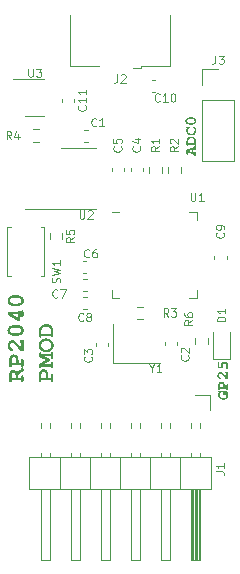
<source format=gbr>
%TF.GenerationSoftware,KiCad,Pcbnew,7.0.9-7.0.9~ubuntu22.04.1*%
%TF.CreationDate,2023-12-01T21:26:12+01:00*%
%TF.ProjectId,rp2040_pmod,72703230-3430-45f7-906d-6f642e6b6963,rev?*%
%TF.SameCoordinates,Original*%
%TF.FileFunction,Legend,Top*%
%TF.FilePolarity,Positive*%
%FSLAX46Y46*%
G04 Gerber Fmt 4.6, Leading zero omitted, Abs format (unit mm)*
G04 Created by KiCad (PCBNEW 7.0.9-7.0.9~ubuntu22.04.1) date 2023-12-01 21:26:12*
%MOMM*%
%LPD*%
G01*
G04 APERTURE LIST*
%ADD10C,0.200000*%
%ADD11C,0.300000*%
%ADD12C,0.080000*%
%ADD13C,0.120000*%
G04 APERTURE END LIST*
D10*
G36*
X146370148Y-81631207D02*
G01*
X146383394Y-81633597D01*
X146394657Y-81637883D01*
X146404074Y-81643921D01*
X146411786Y-81651566D01*
X146417930Y-81660673D01*
X146422645Y-81671097D01*
X146426071Y-81682692D01*
X146428346Y-81695315D01*
X146429609Y-81708820D01*
X146430000Y-81723063D01*
X146430000Y-81917725D01*
X146429537Y-81931682D01*
X146428200Y-81944202D01*
X146426065Y-81955358D01*
X146423206Y-81965226D01*
X146417730Y-81977772D01*
X146411054Y-81987835D01*
X146403435Y-81995664D01*
X146395128Y-82001509D01*
X146383425Y-82006648D01*
X146371562Y-82009297D01*
X146360146Y-82010048D01*
X146354895Y-82009938D01*
X146345155Y-82009068D01*
X146332363Y-82006196D01*
X146321612Y-82001537D01*
X146312743Y-81995198D01*
X146305599Y-81987282D01*
X146300021Y-81977895D01*
X146295850Y-81967142D01*
X146292930Y-81955128D01*
X146291101Y-81941958D01*
X146290205Y-81927737D01*
X146290048Y-81917725D01*
X146290048Y-81885484D01*
X146210669Y-81917725D01*
X146210669Y-82250872D01*
X146290048Y-82283112D01*
X146290048Y-82250872D01*
X146290375Y-82237250D01*
X146291473Y-82224122D01*
X146293524Y-82211672D01*
X146296707Y-82200086D01*
X146301203Y-82189548D01*
X146307190Y-82180243D01*
X146314849Y-82172355D01*
X146324361Y-82166070D01*
X146335904Y-82161572D01*
X146349659Y-82159045D01*
X146360146Y-82158548D01*
X146370148Y-82159016D01*
X146383394Y-82161406D01*
X146394657Y-82165692D01*
X146404074Y-82171730D01*
X146411786Y-82179375D01*
X146417930Y-82188482D01*
X146422645Y-82198905D01*
X146426071Y-82210501D01*
X146428346Y-82223124D01*
X146429609Y-82236629D01*
X146430000Y-82250872D01*
X146430000Y-82437229D01*
X146429930Y-82442909D01*
X146429376Y-82453728D01*
X146428269Y-82463826D01*
X146425576Y-82477621D01*
X146421651Y-82489792D01*
X146416498Y-82500341D01*
X146410123Y-82509267D01*
X146402534Y-82516570D01*
X146393736Y-82522250D01*
X146383734Y-82526307D01*
X146372536Y-82528741D01*
X146360146Y-82529553D01*
X146349417Y-82529068D01*
X146335415Y-82526599D01*
X146323742Y-82522180D01*
X146314199Y-82515970D01*
X146306581Y-82508130D01*
X146300689Y-82498818D01*
X146296321Y-82488194D01*
X146293274Y-82476417D01*
X146291348Y-82463647D01*
X146290340Y-82450042D01*
X146290048Y-82435764D01*
X145757355Y-82218632D01*
X145757355Y-82306803D01*
X145757028Y-82320800D01*
X145755930Y-82334233D01*
X145753879Y-82346924D01*
X145750696Y-82358697D01*
X145746200Y-82369373D01*
X145740213Y-82378775D01*
X145732554Y-82386726D01*
X145723042Y-82393048D01*
X145711499Y-82397563D01*
X145697744Y-82400095D01*
X145687257Y-82400593D01*
X145676568Y-82400111D01*
X145662607Y-82397654D01*
X145650956Y-82393254D01*
X145641418Y-82387067D01*
X145633794Y-82379249D01*
X145627886Y-82369955D01*
X145623496Y-82359341D01*
X145620427Y-82347563D01*
X145618480Y-82334777D01*
X145617456Y-82321139D01*
X145617159Y-82306803D01*
X145617159Y-82084298D01*
X145803272Y-82084298D01*
X146070474Y-82194940D01*
X146070474Y-81975122D01*
X145803272Y-82084298D01*
X145617159Y-82084298D01*
X145617159Y-82004431D01*
X146290048Y-81725750D01*
X146290375Y-81711779D01*
X146291473Y-81698298D01*
X146293524Y-81685500D01*
X146296707Y-81673577D01*
X146301203Y-81662724D01*
X146307190Y-81653132D01*
X146314849Y-81644996D01*
X146324361Y-81638509D01*
X146335904Y-81633864D01*
X146349659Y-81631253D01*
X146360146Y-81630739D01*
X146370148Y-81631207D01*
G37*
G36*
X146090237Y-80891352D02*
G01*
X146109811Y-80892618D01*
X146128939Y-80894713D01*
X146147608Y-80897625D01*
X146165805Y-80901343D01*
X146183516Y-80905856D01*
X146200728Y-80911150D01*
X146217428Y-80917214D01*
X146233602Y-80924037D01*
X146249238Y-80931607D01*
X146264321Y-80939911D01*
X146278838Y-80948939D01*
X146292777Y-80958678D01*
X146306125Y-80969116D01*
X146318866Y-80980242D01*
X146330990Y-80992044D01*
X146342481Y-81004510D01*
X146353327Y-81017628D01*
X146363515Y-81031387D01*
X146373031Y-81045774D01*
X146381863Y-81060778D01*
X146389995Y-81076387D01*
X146397417Y-81092589D01*
X146404114Y-81109372D01*
X146410072Y-81126725D01*
X146415279Y-81144636D01*
X146419722Y-81163093D01*
X146423386Y-81182084D01*
X146426260Y-81201598D01*
X146428328Y-81221621D01*
X146429580Y-81242144D01*
X146430000Y-81263154D01*
X146430000Y-81548918D01*
X146429574Y-81562858D01*
X146428220Y-81576257D01*
X146425821Y-81588932D01*
X146422259Y-81600704D01*
X146417416Y-81611391D01*
X146411177Y-81620811D01*
X146403423Y-81628784D01*
X146394039Y-81635128D01*
X146382905Y-81639663D01*
X146369906Y-81642207D01*
X146360146Y-81642707D01*
X146351953Y-81642332D01*
X146340550Y-81640389D01*
X146330234Y-81636838D01*
X146321032Y-81631735D01*
X146312972Y-81625135D01*
X146306078Y-81617095D01*
X146300378Y-81607669D01*
X146295899Y-81596913D01*
X146292666Y-81584883D01*
X146290707Y-81571634D01*
X146290048Y-81557222D01*
X145757355Y-81557222D01*
X145757061Y-81567198D01*
X145755533Y-81581088D01*
X145752722Y-81593660D01*
X145748655Y-81604879D01*
X145743359Y-81614712D01*
X145736860Y-81623125D01*
X145729186Y-81630085D01*
X145720361Y-81635556D01*
X145710414Y-81639506D01*
X145699371Y-81641901D01*
X145687257Y-81642707D01*
X145676327Y-81642193D01*
X145662118Y-81639587D01*
X145650338Y-81634956D01*
X145640767Y-81628500D01*
X145633185Y-81620416D01*
X145627373Y-81610906D01*
X145623110Y-81600167D01*
X145620177Y-81588400D01*
X145618354Y-81575803D01*
X145617421Y-81562576D01*
X145617159Y-81548918D01*
X145617159Y-81417271D01*
X145757355Y-81417271D01*
X146290048Y-81417271D01*
X146290048Y-81261933D01*
X146289666Y-81244014D01*
X146288542Y-81227017D01*
X146286706Y-81210918D01*
X146284191Y-81195695D01*
X146281028Y-81181323D01*
X146277249Y-81167780D01*
X146272885Y-81155043D01*
X146267967Y-81143089D01*
X146262528Y-81131895D01*
X146256599Y-81121437D01*
X146250212Y-81111692D01*
X146243397Y-81102637D01*
X146236187Y-81094249D01*
X146228614Y-81086506D01*
X146220708Y-81079383D01*
X146212501Y-81072858D01*
X146204026Y-81066908D01*
X146195313Y-81061509D01*
X146186394Y-81056638D01*
X146177301Y-81052272D01*
X146168065Y-81048389D01*
X146158718Y-81044965D01*
X146149291Y-81041976D01*
X146139816Y-81039401D01*
X146120849Y-81035395D01*
X146102068Y-81032763D01*
X146083727Y-81031319D01*
X146066078Y-81030879D01*
X146002086Y-81030879D01*
X145989522Y-81031136D01*
X145977120Y-81031904D01*
X145964894Y-81033177D01*
X145952862Y-81034949D01*
X145941037Y-81037214D01*
X145929436Y-81039966D01*
X145918075Y-81043199D01*
X145906969Y-81046907D01*
X145896133Y-81051085D01*
X145885583Y-81055726D01*
X145875335Y-81060825D01*
X145865404Y-81066376D01*
X145855805Y-81072372D01*
X145846555Y-81078809D01*
X145837669Y-81085679D01*
X145829162Y-81092978D01*
X145821050Y-81100698D01*
X145813349Y-81108835D01*
X145806074Y-81117382D01*
X145799240Y-81126334D01*
X145792864Y-81135684D01*
X145786961Y-81145427D01*
X145781546Y-81155557D01*
X145776635Y-81166067D01*
X145772243Y-81176953D01*
X145768386Y-81188207D01*
X145765080Y-81199825D01*
X145762341Y-81211800D01*
X145760183Y-81224126D01*
X145758622Y-81236798D01*
X145757674Y-81249809D01*
X145757355Y-81263154D01*
X145757355Y-81417271D01*
X145617159Y-81417271D01*
X145617159Y-81252163D01*
X145617652Y-81233140D01*
X145619114Y-81214417D01*
X145621523Y-81196012D01*
X145624859Y-81177947D01*
X145629099Y-81160240D01*
X145634220Y-81142913D01*
X145640202Y-81125985D01*
X145647022Y-81109475D01*
X145654658Y-81093405D01*
X145663088Y-81077794D01*
X145672290Y-81062661D01*
X145682242Y-81048028D01*
X145692922Y-81033913D01*
X145704309Y-81020338D01*
X145716381Y-81007321D01*
X145729114Y-80994883D01*
X145742488Y-80983045D01*
X145756481Y-80971825D01*
X145771070Y-80961244D01*
X145786233Y-80951322D01*
X145801949Y-80942079D01*
X145818196Y-80933534D01*
X145834951Y-80925709D01*
X145852193Y-80918622D01*
X145869900Y-80912295D01*
X145888050Y-80906746D01*
X145906620Y-80901996D01*
X145925590Y-80898065D01*
X145944936Y-80894972D01*
X145964637Y-80892739D01*
X145984672Y-80891384D01*
X146005017Y-80890928D01*
X146070230Y-80890928D01*
X146090237Y-80891352D01*
G37*
G36*
X146305680Y-80359699D02*
G01*
X146305420Y-80375275D01*
X146304645Y-80390488D01*
X146303363Y-80405331D01*
X146301581Y-80419794D01*
X146299307Y-80433868D01*
X146296548Y-80447546D01*
X146293312Y-80460819D01*
X146289606Y-80473677D01*
X146285437Y-80486112D01*
X146280814Y-80498116D01*
X146275744Y-80509679D01*
X146270234Y-80520794D01*
X146264292Y-80531451D01*
X146257925Y-80541641D01*
X146251141Y-80551357D01*
X146243948Y-80560589D01*
X146236352Y-80569329D01*
X146228361Y-80577568D01*
X146219984Y-80585297D01*
X146211227Y-80592508D01*
X146202097Y-80599192D01*
X146192604Y-80605340D01*
X146182753Y-80610943D01*
X146172552Y-80615994D01*
X146162010Y-80620483D01*
X146151133Y-80624402D01*
X146139929Y-80627741D01*
X146128405Y-80630493D01*
X146116570Y-80632649D01*
X146104430Y-80634199D01*
X146091993Y-80635135D01*
X146079267Y-80635450D01*
X145991339Y-80635450D01*
X145977945Y-80635148D01*
X145964789Y-80634252D01*
X145951883Y-80632772D01*
X145939240Y-80630721D01*
X145926873Y-80628110D01*
X145914792Y-80624951D01*
X145903012Y-80621256D01*
X145891543Y-80617036D01*
X145880399Y-80612304D01*
X145869591Y-80607070D01*
X145859131Y-80601348D01*
X145849033Y-80595148D01*
X145839307Y-80588483D01*
X145829967Y-80581363D01*
X145821025Y-80573802D01*
X145812493Y-80565810D01*
X145804382Y-80557399D01*
X145796707Y-80548582D01*
X145789477Y-80539370D01*
X145782707Y-80529774D01*
X145776408Y-80519807D01*
X145770593Y-80509480D01*
X145765273Y-80498805D01*
X145760461Y-80487793D01*
X145756170Y-80476458D01*
X145752410Y-80464809D01*
X145749196Y-80452859D01*
X145746538Y-80440621D01*
X145744450Y-80428104D01*
X145742943Y-80415322D01*
X145742030Y-80402287D01*
X145741723Y-80389009D01*
X145742201Y-80374555D01*
X145743137Y-80362759D01*
X145744663Y-80349587D01*
X145746862Y-80335340D01*
X145749816Y-80320320D01*
X145753608Y-80304826D01*
X145758321Y-80289161D01*
X145764038Y-80273626D01*
X145770840Y-80258522D01*
X145778811Y-80244151D01*
X145788034Y-80230813D01*
X145798590Y-80218810D01*
X145810563Y-80208443D01*
X145824036Y-80200013D01*
X145839090Y-80193822D01*
X145847236Y-80191660D01*
X145858698Y-80189393D01*
X145870832Y-80186432D01*
X145882961Y-80182224D01*
X145894405Y-80176212D01*
X145902132Y-80170186D01*
X145908806Y-80162599D01*
X145914141Y-80153217D01*
X145917851Y-80141805D01*
X145919651Y-80128130D01*
X145919776Y-80123028D01*
X145919305Y-80112782D01*
X145916902Y-80099275D01*
X145912594Y-80087861D01*
X145906527Y-80078382D01*
X145898850Y-80070681D01*
X145889709Y-80064598D01*
X145879252Y-80059976D01*
X145867626Y-80056656D01*
X145854978Y-80054481D01*
X145841457Y-80053292D01*
X145827208Y-80052930D01*
X145709727Y-80052930D01*
X145699672Y-80053087D01*
X145685396Y-80053983D01*
X145672183Y-80055812D01*
X145660135Y-80058732D01*
X145649356Y-80062903D01*
X145639951Y-80068481D01*
X145632023Y-80075625D01*
X145625676Y-80084494D01*
X145621014Y-80095245D01*
X145618140Y-80108037D01*
X145617270Y-80117777D01*
X145617159Y-80123028D01*
X145617816Y-80133664D01*
X145619910Y-80143489D01*
X145623624Y-80152692D01*
X145629145Y-80161463D01*
X145636655Y-80169993D01*
X145644221Y-80176770D01*
X145650865Y-80181891D01*
X145645247Y-80195812D01*
X145639403Y-80209924D01*
X145634042Y-80223459D01*
X145629150Y-80236492D01*
X145624712Y-80249099D01*
X145620713Y-80261356D01*
X145617139Y-80273337D01*
X145613975Y-80285119D01*
X145611206Y-80296776D01*
X145608818Y-80308385D01*
X145606796Y-80320021D01*
X145605125Y-80331759D01*
X145603791Y-80343675D01*
X145602779Y-80355844D01*
X145602074Y-80368342D01*
X145601662Y-80381244D01*
X145601528Y-80394626D01*
X145602023Y-80414693D01*
X145603493Y-80434443D01*
X145605917Y-80453855D01*
X145609272Y-80472907D01*
X145613535Y-80491580D01*
X145618686Y-80509851D01*
X145624701Y-80527700D01*
X145631558Y-80545106D01*
X145639236Y-80562049D01*
X145647712Y-80578506D01*
X145656965Y-80594457D01*
X145666971Y-80609881D01*
X145677709Y-80624757D01*
X145689157Y-80639064D01*
X145701292Y-80652782D01*
X145714093Y-80665888D01*
X145727537Y-80678363D01*
X145741603Y-80690185D01*
X145756267Y-80701333D01*
X145771508Y-80711786D01*
X145787304Y-80721524D01*
X145803632Y-80730525D01*
X145820471Y-80738768D01*
X145837798Y-80746233D01*
X145855592Y-80752898D01*
X145873829Y-80758742D01*
X145892489Y-80763745D01*
X145911548Y-80767885D01*
X145930985Y-80771142D01*
X145950777Y-80773494D01*
X145970902Y-80774921D01*
X145991339Y-80775401D01*
X146081953Y-80775401D01*
X146101348Y-80774896D01*
X146120411Y-80773395D01*
X146139123Y-80770918D01*
X146157466Y-80767484D01*
X146175422Y-80763114D01*
X146192970Y-80757828D01*
X146210094Y-80751644D01*
X146226774Y-80744584D01*
X146242992Y-80736667D01*
X146258729Y-80727913D01*
X146273966Y-80718342D01*
X146288686Y-80707974D01*
X146302869Y-80696829D01*
X146316496Y-80684926D01*
X146329550Y-80672285D01*
X146342011Y-80658927D01*
X146353861Y-80644872D01*
X146365081Y-80630139D01*
X146375654Y-80614747D01*
X146385559Y-80598718D01*
X146394778Y-80582071D01*
X146403294Y-80564826D01*
X146411087Y-80547002D01*
X146418138Y-80528620D01*
X146424430Y-80509700D01*
X146429943Y-80490261D01*
X146434659Y-80470323D01*
X146438559Y-80449907D01*
X146441625Y-80429031D01*
X146443838Y-80407717D01*
X146445180Y-80385984D01*
X146445631Y-80363852D01*
X146445344Y-80345407D01*
X146444497Y-80327360D01*
X146443114Y-80309723D01*
X146441219Y-80292508D01*
X146438834Y-80275727D01*
X146435982Y-80259393D01*
X146432688Y-80243517D01*
X146428973Y-80228114D01*
X146424861Y-80213193D01*
X146420376Y-80198769D01*
X146415541Y-80184854D01*
X146410378Y-80171459D01*
X146404912Y-80158597D01*
X146399165Y-80146281D01*
X146393160Y-80134522D01*
X146386921Y-80123333D01*
X146380471Y-80112727D01*
X146373833Y-80102716D01*
X146367030Y-80093312D01*
X146360086Y-80084527D01*
X146353024Y-80076375D01*
X146345867Y-80068866D01*
X146338638Y-80062014D01*
X146324057Y-80050329D01*
X146309467Y-80041418D01*
X146295054Y-80035380D01*
X146281004Y-80032313D01*
X146274173Y-80031926D01*
X146263901Y-80032754D01*
X146254053Y-80035150D01*
X146244757Y-80038984D01*
X146236142Y-80044123D01*
X146228335Y-80050435D01*
X146221464Y-80057790D01*
X146215658Y-80066055D01*
X146211043Y-80075099D01*
X146207749Y-80084790D01*
X146205903Y-80094997D01*
X146205540Y-80102023D01*
X146206665Y-80112736D01*
X146209843Y-80122492D01*
X146214782Y-80131649D01*
X146221187Y-80140568D01*
X146228766Y-80149606D01*
X146237225Y-80159125D01*
X146246271Y-80169481D01*
X146255610Y-80181036D01*
X146264949Y-80194147D01*
X146273995Y-80209175D01*
X146282454Y-80226479D01*
X146286372Y-80236096D01*
X146290033Y-80246417D01*
X146293401Y-80257486D01*
X146296438Y-80269348D01*
X146299109Y-80282049D01*
X146301377Y-80295633D01*
X146303205Y-80310146D01*
X146304555Y-80325631D01*
X146305393Y-80342134D01*
X146305680Y-80359699D01*
G37*
G36*
X146071228Y-79258932D02*
G01*
X146090183Y-79259773D01*
X146108990Y-79261179D01*
X146127617Y-79263153D01*
X146146031Y-79265698D01*
X146164199Y-79268818D01*
X146182091Y-79272516D01*
X146199675Y-79276795D01*
X146216917Y-79281659D01*
X146233786Y-79287111D01*
X146250250Y-79293154D01*
X146266277Y-79299791D01*
X146281835Y-79307027D01*
X146296891Y-79314863D01*
X146311414Y-79323304D01*
X146325372Y-79332353D01*
X146338732Y-79342013D01*
X146351463Y-79352287D01*
X146363532Y-79363179D01*
X146374907Y-79374692D01*
X146385557Y-79386829D01*
X146395448Y-79399594D01*
X146404550Y-79412990D01*
X146412830Y-79427020D01*
X146420256Y-79441688D01*
X146426796Y-79456996D01*
X146432417Y-79472949D01*
X146437089Y-79489549D01*
X146440778Y-79506800D01*
X146443453Y-79524705D01*
X146445081Y-79543268D01*
X146445631Y-79562491D01*
X146445077Y-79581843D01*
X146443437Y-79600518D01*
X146440743Y-79618520D01*
X146437029Y-79635853D01*
X146432327Y-79652522D01*
X146426670Y-79668530D01*
X146420092Y-79683881D01*
X146412624Y-79698580D01*
X146404300Y-79712630D01*
X146395153Y-79726037D01*
X146385216Y-79738803D01*
X146374521Y-79750934D01*
X146363101Y-79762432D01*
X146350989Y-79773303D01*
X146338219Y-79783550D01*
X146324822Y-79793178D01*
X146310833Y-79802191D01*
X146296283Y-79810592D01*
X146281205Y-79818386D01*
X146265633Y-79825577D01*
X146249599Y-79832169D01*
X146233137Y-79838166D01*
X146216278Y-79843572D01*
X146199056Y-79848392D01*
X146181505Y-79852630D01*
X146163655Y-79856289D01*
X146145541Y-79859374D01*
X146127196Y-79861889D01*
X146108652Y-79863837D01*
X146089942Y-79865224D01*
X146071099Y-79866053D01*
X146052156Y-79866329D01*
X145917578Y-79866329D01*
X145898506Y-79866049D01*
X145879550Y-79865208D01*
X145860743Y-79863802D01*
X145842117Y-79861829D01*
X145823703Y-79859283D01*
X145805534Y-79856163D01*
X145787642Y-79852465D01*
X145770059Y-79848186D01*
X145752817Y-79843322D01*
X145735948Y-79837871D01*
X145719484Y-79831828D01*
X145703457Y-79825190D01*
X145687899Y-79817955D01*
X145672843Y-79810118D01*
X145658319Y-79801677D01*
X145644362Y-79792629D01*
X145631002Y-79782969D01*
X145618271Y-79772695D01*
X145606202Y-79761803D01*
X145594827Y-79750290D01*
X145584177Y-79738152D01*
X145574286Y-79725388D01*
X145565184Y-79711992D01*
X145556904Y-79697962D01*
X145549478Y-79683294D01*
X145542938Y-79667985D01*
X145537317Y-79652033D01*
X145532645Y-79635433D01*
X145528956Y-79618182D01*
X145526281Y-79600277D01*
X145524653Y-79581714D01*
X145524103Y-79562491D01*
X145664054Y-79562491D01*
X145664335Y-79571706D01*
X145666560Y-79589498D01*
X145670946Y-79606401D01*
X145677425Y-79622373D01*
X145685932Y-79637372D01*
X145696399Y-79651356D01*
X145708759Y-79664280D01*
X145722945Y-79676104D01*
X145738890Y-79686784D01*
X145747502Y-79691682D01*
X145756528Y-79696278D01*
X145765961Y-79700567D01*
X145775792Y-79704543D01*
X145786012Y-79708201D01*
X145796614Y-79711537D01*
X145807589Y-79714543D01*
X145818928Y-79717216D01*
X145830623Y-79719550D01*
X145842667Y-79721540D01*
X145855049Y-79723179D01*
X145867763Y-79724464D01*
X145880800Y-79725388D01*
X145894151Y-79725946D01*
X145907808Y-79726133D01*
X146062170Y-79726133D01*
X146075826Y-79725946D01*
X146089175Y-79725388D01*
X146102209Y-79724464D01*
X146114918Y-79723179D01*
X146127295Y-79721540D01*
X146139332Y-79719550D01*
X146151020Y-79717216D01*
X146162351Y-79714543D01*
X146173317Y-79711537D01*
X146183909Y-79708201D01*
X146194120Y-79704543D01*
X146203940Y-79700567D01*
X146213362Y-79696278D01*
X146222377Y-79691682D01*
X146239154Y-79681590D01*
X146254206Y-79670333D01*
X146267465Y-79657953D01*
X146278866Y-79644494D01*
X146288342Y-79629997D01*
X146295828Y-79614506D01*
X146301257Y-79598063D01*
X146304563Y-79580710D01*
X146305680Y-79562491D01*
X146305399Y-79553275D01*
X146303180Y-79535478D01*
X146298804Y-79518565D01*
X146292338Y-79502578D01*
X146283849Y-79487562D01*
X146273402Y-79473559D01*
X146261063Y-79460613D01*
X146246900Y-79448767D01*
X146230977Y-79438064D01*
X146222377Y-79433155D01*
X146213362Y-79428548D01*
X146203940Y-79424248D01*
X146194120Y-79420261D01*
X146183909Y-79416593D01*
X146173317Y-79413248D01*
X146162351Y-79410232D01*
X146151020Y-79407551D01*
X146139332Y-79405210D01*
X146127295Y-79403214D01*
X146114918Y-79401569D01*
X146102209Y-79400280D01*
X146089175Y-79399352D01*
X146075826Y-79398792D01*
X146062170Y-79398604D01*
X145907808Y-79398604D01*
X145894151Y-79398792D01*
X145880800Y-79399352D01*
X145867763Y-79400280D01*
X145855049Y-79401569D01*
X145842667Y-79403214D01*
X145830623Y-79405210D01*
X145818928Y-79407551D01*
X145807589Y-79410232D01*
X145796614Y-79413248D01*
X145786012Y-79416593D01*
X145775792Y-79420261D01*
X145765961Y-79424248D01*
X145756528Y-79428548D01*
X145747502Y-79433155D01*
X145730702Y-79443270D01*
X145715628Y-79454550D01*
X145702346Y-79466951D01*
X145690925Y-79480431D01*
X145681430Y-79494946D01*
X145673928Y-79510453D01*
X145668487Y-79526908D01*
X145665173Y-79544269D01*
X145664054Y-79562491D01*
X145524103Y-79562491D01*
X145524657Y-79543139D01*
X145526297Y-79524464D01*
X145528991Y-79506461D01*
X145532705Y-79489128D01*
X145537407Y-79472460D01*
X145543064Y-79456452D01*
X145549642Y-79441101D01*
X145557110Y-79426402D01*
X145565434Y-79412351D01*
X145574581Y-79398945D01*
X145584518Y-79386178D01*
X145595213Y-79374048D01*
X145606633Y-79362549D01*
X145618744Y-79351678D01*
X145631515Y-79341431D01*
X145644911Y-79331803D01*
X145658901Y-79322791D01*
X145673451Y-79314390D01*
X145688529Y-79306596D01*
X145704101Y-79299405D01*
X145720134Y-79292813D01*
X145736597Y-79286816D01*
X145753456Y-79281409D01*
X145770677Y-79276589D01*
X145788229Y-79272352D01*
X145806079Y-79268693D01*
X145824192Y-79265608D01*
X145842538Y-79263093D01*
X145861082Y-79261144D01*
X145879792Y-79259757D01*
X145898635Y-79258928D01*
X145917578Y-79258653D01*
X146052156Y-79258653D01*
X146071228Y-79258932D01*
G37*
D11*
G36*
X131741258Y-100422493D02*
G01*
X131759547Y-100426803D01*
X131775235Y-100433797D01*
X131788470Y-100443317D01*
X131799402Y-100455209D01*
X131808178Y-100469317D01*
X131814948Y-100485485D01*
X131819859Y-100503557D01*
X131823060Y-100523377D01*
X131824700Y-100544791D01*
X131825000Y-100559874D01*
X131825000Y-100725837D01*
X131805823Y-100735914D01*
X131786515Y-100746475D01*
X131767117Y-100757484D01*
X131747673Y-100768906D01*
X131728224Y-100780706D01*
X131708813Y-100792847D01*
X131689482Y-100805294D01*
X131670274Y-100818012D01*
X131651230Y-100830965D01*
X131632393Y-100844117D01*
X131613806Y-100857434D01*
X131595510Y-100870879D01*
X131577549Y-100884416D01*
X131559964Y-100898011D01*
X131542797Y-100911628D01*
X131526092Y-100925231D01*
X131509890Y-100938784D01*
X131494234Y-100952253D01*
X131479166Y-100965601D01*
X131464728Y-100978793D01*
X131450963Y-100991793D01*
X131437913Y-101004567D01*
X131425621Y-101017077D01*
X131414128Y-101029290D01*
X131403477Y-101041168D01*
X131393710Y-101052677D01*
X131377000Y-101074445D01*
X131364334Y-101094309D01*
X131356053Y-101111985D01*
X131356053Y-101313852D01*
X131615073Y-101313852D01*
X131615073Y-101240212D01*
X131615136Y-101232627D01*
X131615667Y-101217918D01*
X131617587Y-101197094D01*
X131621036Y-101177900D01*
X131626220Y-101160492D01*
X131633344Y-101145028D01*
X131642611Y-101131665D01*
X131654227Y-101120562D01*
X131668396Y-101111876D01*
X131685323Y-101105764D01*
X131705213Y-101102384D01*
X131720219Y-101101727D01*
X131741258Y-101103198D01*
X131759547Y-101107506D01*
X131775235Y-101114493D01*
X131788470Y-101124003D01*
X131799402Y-101135876D01*
X131808178Y-101149957D01*
X131814948Y-101166086D01*
X131819859Y-101184107D01*
X131823060Y-101203862D01*
X131824700Y-101225193D01*
X131825000Y-101240212D01*
X131825000Y-101555286D01*
X131824306Y-101576221D01*
X131822300Y-101595001D01*
X131819097Y-101611736D01*
X131814810Y-101626538D01*
X131806595Y-101645358D01*
X131796582Y-101660452D01*
X131785153Y-101672195D01*
X131772692Y-101680962D01*
X131755138Y-101688671D01*
X131737344Y-101692644D01*
X131720219Y-101693771D01*
X131704850Y-101693069D01*
X131684589Y-101689485D01*
X131667469Y-101683055D01*
X131653251Y-101673998D01*
X131641698Y-101662531D01*
X131632574Y-101648871D01*
X131625641Y-101633235D01*
X131620661Y-101615842D01*
X131617398Y-101596907D01*
X131615615Y-101576649D01*
X131615073Y-101555286D01*
X131615073Y-101523778D01*
X130816032Y-101523778D01*
X130816032Y-101555286D01*
X130815490Y-101576649D01*
X130813707Y-101596907D01*
X130810444Y-101615842D01*
X130805464Y-101633235D01*
X130798531Y-101648871D01*
X130789407Y-101662531D01*
X130777854Y-101673998D01*
X130763636Y-101683055D01*
X130746516Y-101689485D01*
X130726255Y-101693069D01*
X130710886Y-101693771D01*
X130703009Y-101693607D01*
X130688400Y-101692309D01*
X130669212Y-101688024D01*
X130653085Y-101681067D01*
X130639782Y-101671592D01*
X130629065Y-101659750D01*
X130620698Y-101645694D01*
X130614442Y-101629575D01*
X130610061Y-101611545D01*
X130607318Y-101591758D01*
X130605974Y-101570365D01*
X130605739Y-101555286D01*
X130605739Y-101313852D01*
X130816032Y-101313852D01*
X131146127Y-101313852D01*
X131146127Y-101154117D01*
X131145912Y-101137733D01*
X131145274Y-101121633D01*
X131144222Y-101105832D01*
X131142762Y-101090346D01*
X131140904Y-101075190D01*
X131138654Y-101060380D01*
X131133018Y-101031860D01*
X131125917Y-101004909D01*
X131117417Y-100979651D01*
X131107584Y-100956210D01*
X131096484Y-100934710D01*
X131084182Y-100915276D01*
X131070743Y-100898030D01*
X131056233Y-100883098D01*
X131040717Y-100870602D01*
X131024260Y-100860668D01*
X131006930Y-100853418D01*
X130988789Y-100848978D01*
X130969905Y-100847470D01*
X130953627Y-100848589D01*
X130937944Y-100851888D01*
X130922918Y-100857282D01*
X130908614Y-100864683D01*
X130895093Y-100874006D01*
X130882418Y-100885163D01*
X130870652Y-100898069D01*
X130859859Y-100912637D01*
X130850100Y-100928780D01*
X130841438Y-100946413D01*
X130833937Y-100965449D01*
X130827659Y-100985801D01*
X130822666Y-101007383D01*
X130819023Y-101030109D01*
X130816790Y-101053892D01*
X130816032Y-101078646D01*
X130816032Y-101313852D01*
X130605739Y-101313852D01*
X130605739Y-101087072D01*
X130606186Y-101061700D01*
X130607516Y-101036840D01*
X130609712Y-101012512D01*
X130612758Y-100988736D01*
X130616637Y-100965530D01*
X130621333Y-100942914D01*
X130626829Y-100920907D01*
X130633108Y-100899528D01*
X130640154Y-100878796D01*
X130647950Y-100858730D01*
X130656480Y-100839350D01*
X130665728Y-100820675D01*
X130675676Y-100802724D01*
X130686308Y-100785516D01*
X130697607Y-100769070D01*
X130709558Y-100753406D01*
X130722142Y-100738542D01*
X130735345Y-100724499D01*
X130749149Y-100711294D01*
X130763537Y-100698948D01*
X130778493Y-100687479D01*
X130794001Y-100676907D01*
X130810044Y-100667250D01*
X130826605Y-100658529D01*
X130843668Y-100650762D01*
X130861216Y-100643968D01*
X130879233Y-100638167D01*
X130897702Y-100633377D01*
X130916607Y-100629619D01*
X130935930Y-100626910D01*
X130955656Y-100625271D01*
X130975767Y-100624720D01*
X130987806Y-100624936D01*
X131011378Y-100626667D01*
X131034293Y-100630138D01*
X131056568Y-100635357D01*
X131078225Y-100642334D01*
X131099281Y-100651078D01*
X131119757Y-100661598D01*
X131139671Y-100673903D01*
X131159043Y-100688003D01*
X131177893Y-100703906D01*
X131196239Y-100721622D01*
X131214101Y-100741159D01*
X131231499Y-100762528D01*
X131248451Y-100785736D01*
X131256766Y-100798033D01*
X131264977Y-100810793D01*
X131273086Y-100824018D01*
X131281096Y-100837709D01*
X131289009Y-100851866D01*
X131305357Y-100833560D01*
X131322013Y-100815706D01*
X131339025Y-100798256D01*
X131356442Y-100781164D01*
X131374315Y-100764383D01*
X131392693Y-100747867D01*
X131411624Y-100731568D01*
X131431158Y-100715441D01*
X131451345Y-100699439D01*
X131472234Y-100683514D01*
X131493874Y-100667620D01*
X131516315Y-100651711D01*
X131539606Y-100635740D01*
X131563796Y-100619659D01*
X131576244Y-100611564D01*
X131588935Y-100603423D01*
X131601876Y-100595232D01*
X131615073Y-100586985D01*
X131615073Y-100559874D01*
X131615136Y-100552255D01*
X131615667Y-100537485D01*
X131617587Y-100516586D01*
X131621036Y-100497331D01*
X131626220Y-100479876D01*
X131633344Y-100464378D01*
X131642611Y-100450991D01*
X131654227Y-100439872D01*
X131668396Y-100431177D01*
X131685323Y-100425061D01*
X131705213Y-100421680D01*
X131720219Y-100421022D01*
X131741258Y-100422493D01*
G37*
G36*
X131015264Y-99330650D02*
G01*
X131031642Y-99331560D01*
X131048291Y-99333121D01*
X131065159Y-99335370D01*
X131082188Y-99338345D01*
X131099326Y-99342083D01*
X131116516Y-99346620D01*
X131133704Y-99351994D01*
X131150836Y-99358241D01*
X131167856Y-99365400D01*
X131184709Y-99373506D01*
X131201340Y-99382597D01*
X131217695Y-99392709D01*
X131233719Y-99403881D01*
X131249357Y-99416148D01*
X131264554Y-99429549D01*
X131279255Y-99444119D01*
X131293405Y-99459896D01*
X131306949Y-99476917D01*
X131319833Y-99495219D01*
X131332002Y-99514840D01*
X131343400Y-99535815D01*
X131353973Y-99558182D01*
X131363667Y-99581979D01*
X131372425Y-99607242D01*
X131380194Y-99634008D01*
X131386918Y-99662314D01*
X131392542Y-99692197D01*
X131397012Y-99723695D01*
X131400273Y-99756844D01*
X131402270Y-99791682D01*
X131402948Y-99828244D01*
X131402948Y-100033775D01*
X131615073Y-100033775D01*
X131615073Y-99826046D01*
X131615562Y-99805613D01*
X131617210Y-99785921D01*
X131620286Y-99767247D01*
X131625061Y-99749868D01*
X131631804Y-99734060D01*
X131640785Y-99720103D01*
X131652274Y-99708271D01*
X131666541Y-99698843D01*
X131683856Y-99692096D01*
X131704488Y-99688307D01*
X131720219Y-99687561D01*
X131741258Y-99689023D01*
X131759547Y-99693308D01*
X131775235Y-99700265D01*
X131788470Y-99709740D01*
X131799402Y-99721582D01*
X131808178Y-99735638D01*
X131814948Y-99751757D01*
X131819859Y-99769786D01*
X131823060Y-99789574D01*
X131824700Y-99810967D01*
X131825000Y-99826046D01*
X131825000Y-100275575D01*
X131824306Y-100296511D01*
X131822300Y-100315291D01*
X131819097Y-100332026D01*
X131814810Y-100346827D01*
X131806595Y-100365647D01*
X131796582Y-100380741D01*
X131785153Y-100392484D01*
X131772692Y-100401252D01*
X131755138Y-100408960D01*
X131737344Y-100412934D01*
X131720219Y-100414061D01*
X131704850Y-100413359D01*
X131684589Y-100409774D01*
X131667469Y-100403345D01*
X131653251Y-100394288D01*
X131641698Y-100382820D01*
X131632574Y-100369160D01*
X131625641Y-100353525D01*
X131620661Y-100336131D01*
X131617398Y-100317197D01*
X131615615Y-100296939D01*
X131615073Y-100275575D01*
X131615073Y-100244068D01*
X130816032Y-100244068D01*
X130816032Y-100275575D01*
X130815490Y-100296939D01*
X130813707Y-100317197D01*
X130810444Y-100336131D01*
X130805464Y-100353525D01*
X130798531Y-100369160D01*
X130789407Y-100382820D01*
X130777854Y-100394288D01*
X130763636Y-100403345D01*
X130746516Y-100409774D01*
X130726255Y-100413359D01*
X130710886Y-100414061D01*
X130703009Y-100413896D01*
X130688400Y-100412590D01*
X130669212Y-100408282D01*
X130653085Y-100401294D01*
X130639782Y-100391785D01*
X130629065Y-100379911D01*
X130620698Y-100365831D01*
X130614442Y-100349701D01*
X130610061Y-100331680D01*
X130607318Y-100311925D01*
X130605974Y-100290594D01*
X130605739Y-100275575D01*
X130605739Y-100033775D01*
X130816032Y-100033775D01*
X131193021Y-100033775D01*
X131193021Y-99786113D01*
X131192182Y-99759587D01*
X131189695Y-99734447D01*
X131185600Y-99710736D01*
X131179941Y-99688499D01*
X131172760Y-99667783D01*
X131164099Y-99648631D01*
X131154001Y-99631090D01*
X131142509Y-99615204D01*
X131129664Y-99601017D01*
X131115509Y-99588576D01*
X131100086Y-99577926D01*
X131083438Y-99569110D01*
X131065607Y-99562176D01*
X131046636Y-99557166D01*
X131026567Y-99554128D01*
X131005443Y-99553105D01*
X130983995Y-99554128D01*
X130963644Y-99557166D01*
X130944428Y-99562176D01*
X130926388Y-99569110D01*
X130909563Y-99577926D01*
X130893992Y-99588576D01*
X130879716Y-99601017D01*
X130866774Y-99615204D01*
X130855206Y-99631090D01*
X130845051Y-99648631D01*
X130836350Y-99667783D01*
X130829141Y-99688499D01*
X130823466Y-99710736D01*
X130819362Y-99734447D01*
X130816871Y-99759587D01*
X130816032Y-99786113D01*
X130816032Y-100033775D01*
X130605739Y-100033775D01*
X130605739Y-99786113D01*
X130606217Y-99761339D01*
X130607638Y-99737041D01*
X130609985Y-99713239D01*
X130613240Y-99689953D01*
X130617383Y-99667204D01*
X130622398Y-99645012D01*
X130628266Y-99623398D01*
X130634968Y-99602381D01*
X130642488Y-99581982D01*
X130650806Y-99562222D01*
X130659904Y-99543122D01*
X130669766Y-99524700D01*
X130680371Y-99506979D01*
X130691703Y-99489977D01*
X130703743Y-99473716D01*
X130716473Y-99458217D01*
X130729875Y-99443498D01*
X130743930Y-99429581D01*
X130758622Y-99416487D01*
X130773930Y-99404235D01*
X130789839Y-99392846D01*
X130806328Y-99382340D01*
X130823381Y-99372739D01*
X130840979Y-99364061D01*
X130859104Y-99356328D01*
X130877738Y-99349559D01*
X130896863Y-99343777D01*
X130916460Y-99338999D01*
X130936512Y-99335248D01*
X130957001Y-99332544D01*
X130977908Y-99330906D01*
X130999214Y-99330355D01*
X131015264Y-99330650D01*
G37*
G36*
X130895533Y-98126116D02*
G01*
X130873897Y-98126672D01*
X130852624Y-98128326D01*
X130831735Y-98131054D01*
X130811250Y-98134834D01*
X130791192Y-98139641D01*
X130771582Y-98145453D01*
X130752440Y-98152247D01*
X130733789Y-98159999D01*
X130715649Y-98168687D01*
X130698042Y-98178287D01*
X130680989Y-98188776D01*
X130664511Y-98200131D01*
X130648630Y-98212329D01*
X130633366Y-98225346D01*
X130618742Y-98239161D01*
X130604778Y-98253748D01*
X130591495Y-98269086D01*
X130578915Y-98285151D01*
X130567059Y-98301920D01*
X130555949Y-98319370D01*
X130545605Y-98337477D01*
X130536049Y-98356219D01*
X130527302Y-98375572D01*
X130519386Y-98395514D01*
X130512321Y-98416021D01*
X130506130Y-98437069D01*
X130500832Y-98458637D01*
X130496450Y-98480700D01*
X130493005Y-98503236D01*
X130490518Y-98526221D01*
X130489010Y-98549632D01*
X130488503Y-98573447D01*
X130489098Y-98598762D01*
X130490851Y-98623520D01*
X130493713Y-98647705D01*
X130497636Y-98671300D01*
X130502571Y-98694289D01*
X130508470Y-98716657D01*
X130515284Y-98738387D01*
X130522964Y-98759463D01*
X130531462Y-98779868D01*
X130540729Y-98799587D01*
X130550717Y-98818603D01*
X130561378Y-98836901D01*
X130572662Y-98854463D01*
X130584520Y-98871275D01*
X130596906Y-98887319D01*
X130609769Y-98902579D01*
X130623062Y-98917040D01*
X130636735Y-98930686D01*
X130650741Y-98943499D01*
X130665030Y-98955464D01*
X130679554Y-98966565D01*
X130694265Y-98976785D01*
X130709114Y-98986109D01*
X130724052Y-98994520D01*
X130739031Y-99002001D01*
X130754002Y-99008538D01*
X130768917Y-99014114D01*
X130783726Y-99018712D01*
X130798383Y-99022316D01*
X130812837Y-99024911D01*
X130840945Y-99027006D01*
X130856036Y-99025764D01*
X130870480Y-99022171D01*
X130884094Y-99016426D01*
X130896696Y-99008729D01*
X130908103Y-98999279D01*
X130918131Y-98988274D01*
X130926598Y-98975915D01*
X130933320Y-98962400D01*
X130938116Y-98947928D01*
X130940801Y-98932700D01*
X130941329Y-98922226D01*
X130938605Y-98896897D01*
X130930908Y-98876233D01*
X130918947Y-98859342D01*
X130903433Y-98845335D01*
X130885077Y-98833320D01*
X130864590Y-98822406D01*
X130842681Y-98811702D01*
X130820062Y-98800318D01*
X130797443Y-98787362D01*
X130775535Y-98771945D01*
X130755047Y-98753174D01*
X130736692Y-98730159D01*
X130728535Y-98716782D01*
X130721178Y-98702010D01*
X130714709Y-98685731D01*
X130709217Y-98667834D01*
X130704791Y-98648209D01*
X130701519Y-98626742D01*
X130699491Y-98603324D01*
X130698796Y-98577843D01*
X130699739Y-98552608D01*
X130702514Y-98528219D01*
X130707038Y-98504784D01*
X130713227Y-98482411D01*
X130720998Y-98461208D01*
X130730268Y-98441283D01*
X130740954Y-98422744D01*
X130752972Y-98405698D01*
X130766239Y-98390253D01*
X130780673Y-98376518D01*
X130796190Y-98364600D01*
X130812706Y-98354607D01*
X130830140Y-98346647D01*
X130848406Y-98340828D01*
X130867423Y-98337257D01*
X130887107Y-98336043D01*
X130914894Y-98340585D01*
X130930151Y-98346137D01*
X130946271Y-98353763D01*
X130963219Y-98363382D01*
X130980958Y-98374907D01*
X130999454Y-98388256D01*
X131018672Y-98403345D01*
X131038576Y-98420089D01*
X131059131Y-98438405D01*
X131080303Y-98458209D01*
X131102055Y-98479416D01*
X131124352Y-98501944D01*
X131147160Y-98525707D01*
X131170443Y-98550623D01*
X131194166Y-98576607D01*
X131218294Y-98603575D01*
X131242790Y-98631443D01*
X131267622Y-98660128D01*
X131292752Y-98689545D01*
X131318146Y-98719611D01*
X131343768Y-98750241D01*
X131369584Y-98781352D01*
X131395558Y-98812860D01*
X131421654Y-98844681D01*
X131447839Y-98876731D01*
X131474076Y-98908925D01*
X131500330Y-98941181D01*
X131526566Y-98973414D01*
X131552749Y-99005541D01*
X131578844Y-99037477D01*
X131604815Y-99069138D01*
X131825000Y-99069138D01*
X131825000Y-98115491D01*
X131640352Y-98115491D01*
X131618988Y-98116033D01*
X131598730Y-98117817D01*
X131579796Y-98121080D01*
X131562402Y-98126060D01*
X131546767Y-98132993D01*
X131533107Y-98142117D01*
X131521639Y-98153669D01*
X131512582Y-98167887D01*
X131506153Y-98185008D01*
X131502568Y-98205269D01*
X131501866Y-98220638D01*
X131502955Y-98238143D01*
X131506014Y-98253992D01*
X131511043Y-98268212D01*
X131520815Y-98284679D01*
X131534090Y-98298353D01*
X131546345Y-98306812D01*
X131560571Y-98313760D01*
X131576768Y-98319221D01*
X131594935Y-98323220D01*
X131615073Y-98325785D01*
X131615073Y-98747836D01*
X131569335Y-98694672D01*
X131526162Y-98644616D01*
X131485446Y-98597575D01*
X131447082Y-98553454D01*
X131410962Y-98512162D01*
X131376981Y-98473605D01*
X131345032Y-98437690D01*
X131315009Y-98404324D01*
X131286805Y-98373414D01*
X131260314Y-98344866D01*
X131235429Y-98318588D01*
X131212045Y-98294486D01*
X131190054Y-98272468D01*
X131169351Y-98252440D01*
X131149828Y-98234309D01*
X131131380Y-98217982D01*
X131113901Y-98203366D01*
X131097283Y-98190368D01*
X131081420Y-98178894D01*
X131066206Y-98168852D01*
X131051535Y-98160148D01*
X131037300Y-98152690D01*
X131023395Y-98146384D01*
X130996148Y-98136856D01*
X130968944Y-98130820D01*
X130940931Y-98127530D01*
X130911258Y-98126242D01*
X130895533Y-98126116D01*
G37*
G36*
X131286842Y-96838399D02*
G01*
X131315275Y-96839660D01*
X131343486Y-96841769D01*
X131371426Y-96844730D01*
X131399046Y-96848548D01*
X131426299Y-96853228D01*
X131453137Y-96858774D01*
X131479512Y-96865193D01*
X131505376Y-96872489D01*
X131530679Y-96880667D01*
X131555376Y-96889731D01*
X131579416Y-96899687D01*
X131602753Y-96910540D01*
X131625337Y-96922295D01*
X131647122Y-96934957D01*
X131668058Y-96948530D01*
X131688098Y-96963019D01*
X131707194Y-96978431D01*
X131725298Y-96994769D01*
X131742361Y-97012038D01*
X131758335Y-97030244D01*
X131773173Y-97049391D01*
X131786825Y-97069485D01*
X131799245Y-97090530D01*
X131810384Y-97112532D01*
X131820194Y-97135494D01*
X131828626Y-97159423D01*
X131835633Y-97184324D01*
X131841167Y-97210200D01*
X131845179Y-97237058D01*
X131847622Y-97264902D01*
X131848447Y-97293736D01*
X131847616Y-97322765D01*
X131845155Y-97350777D01*
X131841115Y-97377780D01*
X131835543Y-97403780D01*
X131828490Y-97428783D01*
X131820005Y-97452795D01*
X131810138Y-97475822D01*
X131798936Y-97497870D01*
X131786450Y-97518946D01*
X131772730Y-97539056D01*
X131757824Y-97558205D01*
X131741781Y-97576401D01*
X131724652Y-97593649D01*
X131706484Y-97609955D01*
X131687329Y-97625326D01*
X131667234Y-97639767D01*
X131646249Y-97653286D01*
X131624424Y-97665888D01*
X131601808Y-97677579D01*
X131578450Y-97688365D01*
X131554399Y-97698253D01*
X131529705Y-97707249D01*
X131504417Y-97715359D01*
X131478585Y-97722589D01*
X131452257Y-97728945D01*
X131425483Y-97734434D01*
X131398312Y-97739061D01*
X131370794Y-97742833D01*
X131342978Y-97745756D01*
X131314913Y-97747837D01*
X131286649Y-97749080D01*
X131258234Y-97749494D01*
X131056367Y-97749494D01*
X131027759Y-97749074D01*
X130999326Y-97747813D01*
X130971115Y-97745704D01*
X130943176Y-97742743D01*
X130915555Y-97738925D01*
X130888302Y-97734245D01*
X130861464Y-97728698D01*
X130835089Y-97722280D01*
X130809226Y-97714984D01*
X130783922Y-97706806D01*
X130759226Y-97697742D01*
X130735185Y-97687786D01*
X130711849Y-97676932D01*
X130689264Y-97665178D01*
X130667479Y-97652516D01*
X130646543Y-97638943D01*
X130626503Y-97624453D01*
X130607407Y-97609042D01*
X130589303Y-97592704D01*
X130572240Y-97575435D01*
X130556266Y-97557229D01*
X130541429Y-97538082D01*
X130527776Y-97517988D01*
X130515356Y-97496943D01*
X130504217Y-97474941D01*
X130494407Y-97451978D01*
X130485975Y-97428049D01*
X130478968Y-97403149D01*
X130473434Y-97377273D01*
X130469422Y-97350415D01*
X130466979Y-97322571D01*
X130466154Y-97293736D01*
X130676081Y-97293736D01*
X130676503Y-97307560D01*
X130679840Y-97334247D01*
X130686419Y-97359602D01*
X130696138Y-97383560D01*
X130708898Y-97406059D01*
X130724598Y-97427034D01*
X130743138Y-97446421D01*
X130764417Y-97464156D01*
X130788336Y-97480176D01*
X130801253Y-97487523D01*
X130814792Y-97494417D01*
X130828942Y-97500850D01*
X130843688Y-97506815D01*
X130859018Y-97512302D01*
X130874921Y-97517305D01*
X130891383Y-97521815D01*
X130908392Y-97525825D01*
X130925935Y-97529326D01*
X130944000Y-97532310D01*
X130962574Y-97534769D01*
X130981645Y-97536696D01*
X131001200Y-97538082D01*
X131021227Y-97538920D01*
X131041713Y-97539200D01*
X131273255Y-97539200D01*
X131293740Y-97538920D01*
X131313763Y-97538082D01*
X131333313Y-97536696D01*
X131352377Y-97534769D01*
X131370943Y-97532310D01*
X131388999Y-97529326D01*
X131406531Y-97525825D01*
X131423527Y-97521815D01*
X131439976Y-97517305D01*
X131455864Y-97512302D01*
X131471180Y-97506815D01*
X131485910Y-97500850D01*
X131500043Y-97494417D01*
X131513566Y-97487523D01*
X131538732Y-97472385D01*
X131561309Y-97455499D01*
X131581198Y-97436930D01*
X131598299Y-97416741D01*
X131612514Y-97394996D01*
X131623743Y-97371759D01*
X131631886Y-97347095D01*
X131636845Y-97321066D01*
X131638520Y-97293736D01*
X131638099Y-97279912D01*
X131634770Y-97253217D01*
X131628206Y-97227847D01*
X131618508Y-97203868D01*
X131605774Y-97181343D01*
X131590103Y-97160339D01*
X131571595Y-97140920D01*
X131550350Y-97123150D01*
X131526466Y-97107096D01*
X131513566Y-97099732D01*
X131500043Y-97092822D01*
X131485910Y-97086372D01*
X131471180Y-97080392D01*
X131455864Y-97074889D01*
X131439976Y-97069872D01*
X131423527Y-97065348D01*
X131406531Y-97061327D01*
X131388999Y-97057815D01*
X131370943Y-97054821D01*
X131352377Y-97052353D01*
X131333313Y-97050420D01*
X131313763Y-97049029D01*
X131293740Y-97048188D01*
X131273255Y-97047906D01*
X131041713Y-97047906D01*
X131021227Y-97048188D01*
X131001200Y-97049029D01*
X130981645Y-97050420D01*
X130962574Y-97052353D01*
X130944000Y-97054821D01*
X130925935Y-97057815D01*
X130908392Y-97061327D01*
X130891383Y-97065348D01*
X130874921Y-97069872D01*
X130859018Y-97074889D01*
X130843688Y-97080392D01*
X130828942Y-97086372D01*
X130814792Y-97092822D01*
X130801253Y-97099732D01*
X130776053Y-97114905D01*
X130753442Y-97131825D01*
X130733519Y-97150427D01*
X130716387Y-97170647D01*
X130702145Y-97192420D01*
X130690892Y-97215680D01*
X130682731Y-97240362D01*
X130677760Y-97266403D01*
X130676081Y-97293736D01*
X130466154Y-97293736D01*
X130466986Y-97264708D01*
X130469446Y-97236696D01*
X130473487Y-97209692D01*
X130479058Y-97183693D01*
X130486111Y-97158690D01*
X130494596Y-97134678D01*
X130504464Y-97111651D01*
X130515665Y-97089603D01*
X130528151Y-97068527D01*
X130541871Y-97048417D01*
X130556778Y-97029268D01*
X130572820Y-97011072D01*
X130589950Y-96993824D01*
X130608117Y-96977518D01*
X130627273Y-96962147D01*
X130647367Y-96947705D01*
X130668352Y-96934187D01*
X130690177Y-96921585D01*
X130712793Y-96909894D01*
X130736151Y-96899108D01*
X130760202Y-96889220D01*
X130784896Y-96880224D01*
X130810184Y-96872114D01*
X130836016Y-96864884D01*
X130862344Y-96858528D01*
X130889118Y-96853039D01*
X130916289Y-96848412D01*
X130943807Y-96844640D01*
X130971623Y-96841716D01*
X130999688Y-96839636D01*
X131027953Y-96838392D01*
X131056367Y-96837979D01*
X131258234Y-96837979D01*
X131286842Y-96838399D01*
G37*
G36*
X131735222Y-95598587D02*
G01*
X131755092Y-95602404D01*
X131771985Y-95609211D01*
X131786112Y-95618736D01*
X131797679Y-95630711D01*
X131806895Y-95644866D01*
X131813968Y-95660930D01*
X131819107Y-95678634D01*
X131822519Y-95697708D01*
X131824414Y-95717882D01*
X131825000Y-95738886D01*
X131825000Y-96015858D01*
X131824306Y-96036798D01*
X131822300Y-96055589D01*
X131819097Y-96072342D01*
X131814810Y-96087167D01*
X131806595Y-96106030D01*
X131796582Y-96121173D01*
X131785153Y-96132967D01*
X131772692Y-96141785D01*
X131755138Y-96149552D01*
X131737344Y-96153567D01*
X131720219Y-96154710D01*
X131704850Y-96154004D01*
X131684589Y-96150399D01*
X131667469Y-96143936D01*
X131653251Y-96134837D01*
X131641698Y-96123320D01*
X131632574Y-96109609D01*
X131625641Y-96093923D01*
X131620661Y-96076485D01*
X131617398Y-96057513D01*
X131615615Y-96037231D01*
X131615073Y-96015858D01*
X131615073Y-95935990D01*
X131542899Y-95935990D01*
X131542899Y-96507519D01*
X131368510Y-96507519D01*
X130526238Y-96001203D01*
X130526238Y-95935990D01*
X130824459Y-95935990D01*
X131332606Y-96251064D01*
X131332606Y-95935990D01*
X130824459Y-95935990D01*
X130526238Y-95935990D01*
X130526238Y-95726064D01*
X131332606Y-95726064D01*
X131333050Y-95711160D01*
X131335362Y-95690387D01*
X131339607Y-95671561D01*
X131345741Y-95654741D01*
X131353718Y-95639980D01*
X131363493Y-95627337D01*
X131375020Y-95616866D01*
X131388256Y-95608625D01*
X131403153Y-95602669D01*
X131419667Y-95599054D01*
X131437752Y-95597836D01*
X131455870Y-95599001D01*
X131472300Y-95602480D01*
X131487034Y-95608250D01*
X131500066Y-95616287D01*
X131511388Y-95626567D01*
X131520993Y-95639067D01*
X131528873Y-95653764D01*
X131535022Y-95670634D01*
X131539432Y-95689653D01*
X131542097Y-95710798D01*
X131542899Y-95726064D01*
X131615073Y-95726064D01*
X131615513Y-95711160D01*
X131617806Y-95690387D01*
X131622022Y-95671561D01*
X131628122Y-95654741D01*
X131636066Y-95639980D01*
X131645814Y-95627337D01*
X131657326Y-95616866D01*
X131670563Y-95608625D01*
X131685484Y-95602669D01*
X131702049Y-95599054D01*
X131720219Y-95597836D01*
X131735222Y-95598587D01*
G37*
G36*
X131286842Y-94320743D02*
G01*
X131315275Y-94322005D01*
X131343486Y-94324114D01*
X131371426Y-94327075D01*
X131399046Y-94330892D01*
X131426299Y-94335572D01*
X131453137Y-94341119D01*
X131479512Y-94347538D01*
X131505376Y-94354834D01*
X131530679Y-94363011D01*
X131555376Y-94372076D01*
X131579416Y-94382032D01*
X131602753Y-94392885D01*
X131625337Y-94404640D01*
X131647122Y-94417301D01*
X131668058Y-94430874D01*
X131688098Y-94445364D01*
X131707194Y-94460775D01*
X131725298Y-94477113D01*
X131742361Y-94494383D01*
X131758335Y-94512589D01*
X131773173Y-94531736D01*
X131786825Y-94551830D01*
X131799245Y-94572875D01*
X131810384Y-94594876D01*
X131820194Y-94617839D01*
X131828626Y-94641768D01*
X131835633Y-94666668D01*
X131841167Y-94692545D01*
X131845179Y-94719403D01*
X131847622Y-94747246D01*
X131848447Y-94776081D01*
X131847616Y-94805109D01*
X131845155Y-94833122D01*
X131841115Y-94860125D01*
X131835543Y-94886125D01*
X131828490Y-94911128D01*
X131820005Y-94935139D01*
X131810138Y-94958166D01*
X131798936Y-94980215D01*
X131786450Y-95001291D01*
X131772730Y-95021400D01*
X131757824Y-95040550D01*
X131741781Y-95058745D01*
X131724652Y-95075993D01*
X131706484Y-95092300D01*
X131687329Y-95107671D01*
X131667234Y-95122112D01*
X131646249Y-95135631D01*
X131624424Y-95148232D01*
X131601808Y-95159923D01*
X131578450Y-95170710D01*
X131554399Y-95180598D01*
X131529705Y-95189594D01*
X131504417Y-95197703D01*
X131478585Y-95204933D01*
X131452257Y-95211290D01*
X131425483Y-95216778D01*
X131398312Y-95221406D01*
X131370794Y-95225178D01*
X131342978Y-95228101D01*
X131314913Y-95230181D01*
X131286649Y-95231425D01*
X131258234Y-95231838D01*
X131056367Y-95231838D01*
X131027759Y-95231419D01*
X130999326Y-95230157D01*
X130971115Y-95228049D01*
X130943176Y-95225088D01*
X130915555Y-95221270D01*
X130888302Y-95216590D01*
X130861464Y-95211043D01*
X130835089Y-95204624D01*
X130809226Y-95197329D01*
X130783922Y-95189151D01*
X130759226Y-95180087D01*
X130735185Y-95170130D01*
X130711849Y-95159277D01*
X130689264Y-95147522D01*
X130667479Y-95134861D01*
X130646543Y-95121288D01*
X130626503Y-95106798D01*
X130607407Y-95091387D01*
X130589303Y-95075049D01*
X130572240Y-95057779D01*
X130556266Y-95039574D01*
X130541429Y-95020426D01*
X130527776Y-95000333D01*
X130515356Y-94979287D01*
X130504217Y-94957286D01*
X130494407Y-94934323D01*
X130485975Y-94910394D01*
X130478968Y-94885494D01*
X130473434Y-94859617D01*
X130469422Y-94832760D01*
X130466979Y-94804916D01*
X130466154Y-94776081D01*
X130676081Y-94776081D01*
X130676503Y-94789904D01*
X130679840Y-94816591D01*
X130686419Y-94841946D01*
X130696138Y-94865905D01*
X130708898Y-94888404D01*
X130724598Y-94909378D01*
X130743138Y-94928766D01*
X130764417Y-94946501D01*
X130788336Y-94962521D01*
X130801253Y-94969868D01*
X130814792Y-94976762D01*
X130828942Y-94983195D01*
X130843688Y-94989159D01*
X130859018Y-94994647D01*
X130874921Y-94999650D01*
X130891383Y-95004160D01*
X130908392Y-95008170D01*
X130925935Y-95011670D01*
X130944000Y-95014654D01*
X130962574Y-95017114D01*
X130981645Y-95019041D01*
X131001200Y-95020427D01*
X131021227Y-95021264D01*
X131041713Y-95021545D01*
X131273255Y-95021545D01*
X131293740Y-95021264D01*
X131313763Y-95020427D01*
X131333313Y-95019041D01*
X131352377Y-95017114D01*
X131370943Y-95014654D01*
X131388999Y-95011670D01*
X131406531Y-95008170D01*
X131423527Y-95004160D01*
X131439976Y-94999650D01*
X131455864Y-94994647D01*
X131471180Y-94989159D01*
X131485910Y-94983195D01*
X131500043Y-94976762D01*
X131513566Y-94969868D01*
X131538732Y-94954730D01*
X131561309Y-94937844D01*
X131581198Y-94919274D01*
X131598299Y-94899086D01*
X131612514Y-94877341D01*
X131623743Y-94854104D01*
X131631886Y-94829439D01*
X131636845Y-94803410D01*
X131638520Y-94776081D01*
X131638099Y-94762257D01*
X131634770Y-94735562D01*
X131628206Y-94710192D01*
X131618508Y-94686212D01*
X131605774Y-94663688D01*
X131590103Y-94642684D01*
X131571595Y-94623264D01*
X131550350Y-94605495D01*
X131526466Y-94589441D01*
X131513566Y-94582077D01*
X131500043Y-94575166D01*
X131485910Y-94568717D01*
X131471180Y-94562737D01*
X131455864Y-94557234D01*
X131439976Y-94552217D01*
X131423527Y-94547693D01*
X131406531Y-94543671D01*
X131388999Y-94540159D01*
X131370943Y-94537166D01*
X131352377Y-94534698D01*
X131333313Y-94532764D01*
X131313763Y-94531373D01*
X131293740Y-94530533D01*
X131273255Y-94530251D01*
X131041713Y-94530251D01*
X131021227Y-94530533D01*
X131001200Y-94531373D01*
X130981645Y-94532764D01*
X130962574Y-94534698D01*
X130944000Y-94537166D01*
X130925935Y-94540159D01*
X130908392Y-94543671D01*
X130891383Y-94547693D01*
X130874921Y-94552217D01*
X130859018Y-94557234D01*
X130843688Y-94562737D01*
X130828942Y-94568717D01*
X130814792Y-94575166D01*
X130801253Y-94582077D01*
X130776053Y-94597250D01*
X130753442Y-94614170D01*
X130733519Y-94632772D01*
X130716387Y-94652992D01*
X130702145Y-94674764D01*
X130690892Y-94698024D01*
X130682731Y-94722707D01*
X130677760Y-94748748D01*
X130676081Y-94776081D01*
X130466154Y-94776081D01*
X130466986Y-94747053D01*
X130469446Y-94719040D01*
X130473487Y-94692037D01*
X130479058Y-94666037D01*
X130486111Y-94641035D01*
X130494596Y-94617023D01*
X130504464Y-94593996D01*
X130515665Y-94571948D01*
X130528151Y-94550872D01*
X130541871Y-94530762D01*
X130556778Y-94511612D01*
X130572820Y-94493417D01*
X130589950Y-94476169D01*
X130608117Y-94459863D01*
X130627273Y-94444492D01*
X130647367Y-94430050D01*
X130668352Y-94416532D01*
X130690177Y-94403930D01*
X130712793Y-94392239D01*
X130736151Y-94381452D01*
X130760202Y-94371564D01*
X130784896Y-94362569D01*
X130810184Y-94354459D01*
X130836016Y-94347229D01*
X130862344Y-94340873D01*
X130889118Y-94335384D01*
X130916289Y-94330757D01*
X130943807Y-94326984D01*
X130971623Y-94324061D01*
X130999688Y-94321981D01*
X131027953Y-94320737D01*
X131056367Y-94320324D01*
X131258234Y-94320324D01*
X131286842Y-94320743D01*
G37*
G36*
X133535264Y-100589478D02*
G01*
X133551642Y-100590387D01*
X133568291Y-100591948D01*
X133585159Y-100594198D01*
X133602188Y-100597173D01*
X133619326Y-100600910D01*
X133636516Y-100605448D01*
X133653704Y-100610821D01*
X133670836Y-100617069D01*
X133687856Y-100624227D01*
X133704709Y-100632333D01*
X133721340Y-100641424D01*
X133737695Y-100651537D01*
X133753719Y-100662708D01*
X133769357Y-100674976D01*
X133784554Y-100688376D01*
X133799255Y-100702946D01*
X133813405Y-100718724D01*
X133826949Y-100735745D01*
X133839833Y-100754047D01*
X133852002Y-100773667D01*
X133863400Y-100794643D01*
X133873973Y-100817010D01*
X133883667Y-100840807D01*
X133892425Y-100866069D01*
X133900194Y-100892835D01*
X133906918Y-100921142D01*
X133912542Y-100951025D01*
X133917012Y-100982523D01*
X133920273Y-101015672D01*
X133922270Y-101050509D01*
X133922948Y-101087072D01*
X133922948Y-101292602D01*
X134135073Y-101292602D01*
X134135073Y-101084874D01*
X134135562Y-101064441D01*
X134137210Y-101044749D01*
X134140286Y-101026074D01*
X134145061Y-101008695D01*
X134151804Y-100992888D01*
X134160785Y-100978930D01*
X134172274Y-100967099D01*
X134186541Y-100957671D01*
X134203856Y-100950924D01*
X134224488Y-100947134D01*
X134240219Y-100946388D01*
X134261258Y-100947850D01*
X134279547Y-100952136D01*
X134295235Y-100959092D01*
X134308470Y-100968568D01*
X134319402Y-100980409D01*
X134328178Y-100994466D01*
X134334948Y-101010585D01*
X134339859Y-101028614D01*
X134343060Y-101048401D01*
X134344700Y-101069795D01*
X134345000Y-101084874D01*
X134345000Y-101534403D01*
X134344306Y-101555338D01*
X134342300Y-101574118D01*
X134339097Y-101590853D01*
X134334810Y-101605655D01*
X134326595Y-101624475D01*
X134316582Y-101639569D01*
X134305153Y-101651312D01*
X134292692Y-101660079D01*
X134275138Y-101667788D01*
X134257344Y-101671762D01*
X134240219Y-101672889D01*
X134224850Y-101672187D01*
X134204589Y-101668602D01*
X134187469Y-101662172D01*
X134173251Y-101653115D01*
X134161698Y-101641648D01*
X134152574Y-101627988D01*
X134145641Y-101612353D01*
X134140661Y-101594959D01*
X134137398Y-101576025D01*
X134135615Y-101555767D01*
X134135073Y-101534403D01*
X134135073Y-101502896D01*
X133336032Y-101502896D01*
X133336032Y-101534403D01*
X133335490Y-101555767D01*
X133333707Y-101576025D01*
X133330444Y-101594959D01*
X133325464Y-101612353D01*
X133318531Y-101627988D01*
X133309407Y-101641648D01*
X133297854Y-101653115D01*
X133283636Y-101662172D01*
X133266516Y-101668602D01*
X133246255Y-101672187D01*
X133230886Y-101672889D01*
X133223009Y-101672723D01*
X133208400Y-101671418D01*
X133189212Y-101667109D01*
X133173085Y-101660122D01*
X133159782Y-101650613D01*
X133149065Y-101638739D01*
X133140698Y-101624659D01*
X133134442Y-101608529D01*
X133130061Y-101590508D01*
X133127318Y-101570753D01*
X133125974Y-101549422D01*
X133125739Y-101534403D01*
X133125739Y-101292602D01*
X133336032Y-101292602D01*
X133713021Y-101292602D01*
X133713021Y-101044940D01*
X133712182Y-101018415D01*
X133709695Y-100993274D01*
X133705600Y-100969563D01*
X133699941Y-100947327D01*
X133692760Y-100926611D01*
X133684099Y-100907459D01*
X133674001Y-100889918D01*
X133662509Y-100874031D01*
X133649664Y-100859845D01*
X133635509Y-100847404D01*
X133620086Y-100836753D01*
X133603438Y-100827938D01*
X133585607Y-100821003D01*
X133566636Y-100815994D01*
X133546567Y-100812955D01*
X133525443Y-100811933D01*
X133503995Y-100812955D01*
X133483644Y-100815994D01*
X133464428Y-100821003D01*
X133446388Y-100827938D01*
X133429563Y-100836753D01*
X133413992Y-100847404D01*
X133399716Y-100859845D01*
X133386774Y-100874031D01*
X133375206Y-100889918D01*
X133365051Y-100907459D01*
X133356350Y-100926611D01*
X133349141Y-100947327D01*
X133343466Y-100969563D01*
X133339362Y-100993274D01*
X133336871Y-101018415D01*
X133336032Y-101044940D01*
X133336032Y-101292602D01*
X133125739Y-101292602D01*
X133125739Y-101044940D01*
X133126217Y-101020167D01*
X133127638Y-100995869D01*
X133129985Y-100972067D01*
X133133240Y-100948781D01*
X133137383Y-100926032D01*
X133142398Y-100903840D01*
X133148266Y-100882225D01*
X133154968Y-100861209D01*
X133162488Y-100840810D01*
X133170806Y-100821050D01*
X133179904Y-100801949D01*
X133189766Y-100783528D01*
X133200371Y-100765806D01*
X133211703Y-100748805D01*
X133223743Y-100732544D01*
X133236473Y-100717044D01*
X133249875Y-100702326D01*
X133263930Y-100688409D01*
X133278622Y-100675315D01*
X133293930Y-100663063D01*
X133309839Y-100651674D01*
X133326328Y-100641168D01*
X133343381Y-100631566D01*
X133360979Y-100622889D01*
X133379104Y-100615155D01*
X133397738Y-100608387D01*
X133416863Y-100602604D01*
X133436460Y-100597827D01*
X133456512Y-100594076D01*
X133477001Y-100591371D01*
X133497908Y-100589733D01*
X133519214Y-100589183D01*
X133535264Y-100589478D01*
G37*
G36*
X134240219Y-99683164D02*
G01*
X134257344Y-99682037D01*
X134275138Y-99678064D01*
X134292692Y-99670355D01*
X134305153Y-99661588D01*
X134316582Y-99649844D01*
X134326595Y-99634750D01*
X134334810Y-99615931D01*
X134339097Y-99601129D01*
X134342300Y-99584394D01*
X134344306Y-99565614D01*
X134345000Y-99544678D01*
X134345000Y-99271737D01*
X134344700Y-99256654D01*
X134343060Y-99235241D01*
X134339859Y-99215420D01*
X134334948Y-99197348D01*
X134328178Y-99181180D01*
X134319402Y-99167072D01*
X134308470Y-99155180D01*
X134295235Y-99145660D01*
X134279547Y-99138667D01*
X134261258Y-99134356D01*
X134240219Y-99132885D01*
X134222049Y-99134094D01*
X134205484Y-99137686D01*
X134190563Y-99143611D01*
X134177326Y-99151819D01*
X134165814Y-99162257D01*
X134156066Y-99174877D01*
X134148122Y-99189627D01*
X134142022Y-99206456D01*
X134137806Y-99225313D01*
X134135513Y-99246149D01*
X134135073Y-99261113D01*
X133336032Y-99261113D01*
X133333448Y-99242420D01*
X133329228Y-99225325D01*
X133323417Y-99209880D01*
X133316062Y-99196139D01*
X133307207Y-99184154D01*
X133293145Y-99170996D01*
X133276606Y-99161176D01*
X133262639Y-99156078D01*
X133247384Y-99152980D01*
X133230886Y-99151936D01*
X133215879Y-99152594D01*
X133195989Y-99155974D01*
X133179062Y-99162085D01*
X133164893Y-99170772D01*
X133153277Y-99181875D01*
X133144010Y-99195237D01*
X133136887Y-99210701D01*
X133131703Y-99228109D01*
X133128253Y-99247303D01*
X133126334Y-99268127D01*
X133125803Y-99282836D01*
X133125739Y-99290422D01*
X133125739Y-99521598D01*
X133749291Y-99805163D01*
X133125739Y-100094958D01*
X133125739Y-100331995D01*
X133126437Y-100350788D01*
X133128454Y-100367788D01*
X133131675Y-100383077D01*
X133138514Y-100402974D01*
X133147416Y-100419470D01*
X133157995Y-100432833D01*
X133169861Y-100443334D01*
X133182629Y-100451242D01*
X133200383Y-100458221D01*
X133218132Y-100461709D01*
X133230886Y-100462421D01*
X133247937Y-100461377D01*
X133263624Y-100458279D01*
X133277917Y-100453181D01*
X133290784Y-100446134D01*
X133305670Y-100433799D01*
X133315091Y-100422410D01*
X133322985Y-100409249D01*
X133329319Y-100394366D01*
X133334064Y-100377816D01*
X133337188Y-100359650D01*
X133337864Y-100353244D01*
X134135073Y-100353244D01*
X134135513Y-100368144D01*
X134137806Y-100388898D01*
X134142022Y-100407690D01*
X134148122Y-100424468D01*
X134156066Y-100439179D01*
X134165814Y-100451771D01*
X134177326Y-100462191D01*
X134190563Y-100470388D01*
X134205484Y-100476307D01*
X134222049Y-100479897D01*
X134240219Y-100481106D01*
X134261258Y-100479589D01*
X134279547Y-100475155D01*
X134295235Y-100467978D01*
X134308470Y-100458231D01*
X134319402Y-100446088D01*
X134328178Y-100431724D01*
X134334948Y-100415311D01*
X134339859Y-100397025D01*
X134343060Y-100377038D01*
X134344700Y-100355526D01*
X134345000Y-100340422D01*
X134345000Y-100069678D01*
X134344700Y-100054599D01*
X134343060Y-100033206D01*
X134339859Y-100013419D01*
X134334948Y-99995390D01*
X134328178Y-99979271D01*
X134319402Y-99965214D01*
X134308470Y-99953372D01*
X134295235Y-99943897D01*
X134279547Y-99936940D01*
X134261258Y-99932655D01*
X134240219Y-99931193D01*
X134224850Y-99931826D01*
X134204589Y-99935095D01*
X134187469Y-99941033D01*
X134173251Y-99949517D01*
X134161698Y-99960422D01*
X134152574Y-99973621D01*
X134145641Y-99988992D01*
X134140661Y-100006408D01*
X134137398Y-100025744D01*
X134135615Y-100046876D01*
X134135130Y-100061900D01*
X134135073Y-100069678D01*
X134135073Y-100142951D01*
X133534235Y-100142951D01*
X134058136Y-99895289D01*
X134058136Y-99704047D01*
X133532037Y-99471039D01*
X134135073Y-99471039D01*
X134135073Y-99544678D01*
X134135308Y-99559697D01*
X134136651Y-99581029D01*
X134139395Y-99600784D01*
X134143776Y-99618805D01*
X134150031Y-99634934D01*
X134158399Y-99649015D01*
X134169115Y-99660888D01*
X134182418Y-99670398D01*
X134198545Y-99677385D01*
X134217733Y-99681693D01*
X134232343Y-99682999D01*
X134240219Y-99683164D01*
G37*
G36*
X133776371Y-97967156D02*
G01*
X133807503Y-97969455D01*
X133838249Y-97973237D01*
X133868565Y-97978466D01*
X133898409Y-97985100D01*
X133927737Y-97993101D01*
X133956506Y-98002430D01*
X133984675Y-98013047D01*
X134012198Y-98024914D01*
X134039034Y-98037990D01*
X134065140Y-98052238D01*
X134090472Y-98067618D01*
X134114987Y-98084090D01*
X134138643Y-98101616D01*
X134161396Y-98120156D01*
X134183204Y-98139672D01*
X134204023Y-98160123D01*
X134223811Y-98181471D01*
X134242524Y-98203676D01*
X134260120Y-98226700D01*
X134276555Y-98250503D01*
X134291786Y-98275047D01*
X134305771Y-98300291D01*
X134318467Y-98326197D01*
X134329830Y-98352725D01*
X134339817Y-98379837D01*
X134348386Y-98407493D01*
X134355493Y-98435654D01*
X134361096Y-98464281D01*
X134365151Y-98493334D01*
X134367616Y-98522775D01*
X134368447Y-98552564D01*
X134367615Y-98582707D01*
X134365149Y-98612454D01*
X134361087Y-98641769D01*
X134355473Y-98670616D01*
X134348347Y-98698956D01*
X134339749Y-98726754D01*
X134329722Y-98753972D01*
X134318306Y-98780574D01*
X134305543Y-98806523D01*
X134291473Y-98831782D01*
X134276138Y-98856314D01*
X134259579Y-98880083D01*
X134241836Y-98903051D01*
X134222952Y-98925182D01*
X134202967Y-98946439D01*
X134181922Y-98966785D01*
X134159858Y-98986183D01*
X134136817Y-99004596D01*
X134112840Y-99021988D01*
X134087967Y-99038322D01*
X134062240Y-99053561D01*
X134035701Y-99067668D01*
X134008389Y-99080606D01*
X133980347Y-99092339D01*
X133951615Y-99102829D01*
X133922235Y-99112040D01*
X133892247Y-99119935D01*
X133861693Y-99126477D01*
X133830614Y-99131630D01*
X133799050Y-99135356D01*
X133767044Y-99137618D01*
X133734637Y-99138381D01*
X133702394Y-99137618D01*
X133670541Y-99135356D01*
X133639119Y-99131630D01*
X133608169Y-99126477D01*
X133577734Y-99119935D01*
X133547854Y-99112040D01*
X133518572Y-99102829D01*
X133489928Y-99092339D01*
X133461965Y-99080606D01*
X133434724Y-99067668D01*
X133408247Y-99053561D01*
X133382575Y-99038322D01*
X133357750Y-99021988D01*
X133333813Y-99004596D01*
X133310806Y-98986183D01*
X133288771Y-98966785D01*
X133267750Y-98946439D01*
X133247783Y-98925182D01*
X133228912Y-98903051D01*
X133211179Y-98880083D01*
X133194626Y-98856314D01*
X133179295Y-98831782D01*
X133165226Y-98806523D01*
X133152461Y-98780574D01*
X133141042Y-98753972D01*
X133131011Y-98726754D01*
X133122409Y-98698956D01*
X133115278Y-98670616D01*
X133109659Y-98641769D01*
X133105594Y-98612454D01*
X133103124Y-98582707D01*
X133102292Y-98552564D01*
X133312585Y-98552564D01*
X133313141Y-98571758D01*
X133314789Y-98590716D01*
X133317503Y-98609415D01*
X133321253Y-98627830D01*
X133326013Y-98645937D01*
X133331755Y-98663710D01*
X133338451Y-98681126D01*
X133346073Y-98698160D01*
X133354593Y-98714786D01*
X133363984Y-98730981D01*
X133374218Y-98746721D01*
X133385267Y-98761980D01*
X133397103Y-98776734D01*
X133409699Y-98790958D01*
X133423026Y-98804629D01*
X133437057Y-98817720D01*
X133451765Y-98830209D01*
X133467121Y-98842069D01*
X133483097Y-98853278D01*
X133499667Y-98863809D01*
X133516802Y-98873639D01*
X133534473Y-98882743D01*
X133552655Y-98891097D01*
X133571318Y-98898675D01*
X133590436Y-98905454D01*
X133609979Y-98911409D01*
X133629921Y-98916515D01*
X133650234Y-98920747D01*
X133670890Y-98924082D01*
X133691861Y-98926494D01*
X133713119Y-98927960D01*
X133734637Y-98928454D01*
X133756321Y-98927960D01*
X133777735Y-98926494D01*
X133798852Y-98924082D01*
X133819644Y-98920747D01*
X133840083Y-98916515D01*
X133860143Y-98911409D01*
X133879796Y-98905454D01*
X133899014Y-98898675D01*
X133917770Y-98891097D01*
X133936036Y-98882743D01*
X133953786Y-98873639D01*
X133970991Y-98863809D01*
X133987624Y-98853278D01*
X134003658Y-98842069D01*
X134019066Y-98830209D01*
X134033819Y-98817720D01*
X134047890Y-98804629D01*
X134061253Y-98790958D01*
X134073879Y-98776734D01*
X134085742Y-98761980D01*
X134096813Y-98746721D01*
X134107065Y-98730981D01*
X134116471Y-98714786D01*
X134125003Y-98698160D01*
X134132635Y-98681126D01*
X134139338Y-98663710D01*
X134145085Y-98645937D01*
X134149848Y-98627830D01*
X134153601Y-98609415D01*
X134156316Y-98590716D01*
X134157964Y-98571758D01*
X134158520Y-98552564D01*
X134157965Y-98533564D01*
X134156317Y-98514774D01*
X134153606Y-98496221D01*
X134149860Y-98477929D01*
X134145108Y-98459925D01*
X134139379Y-98442234D01*
X134132700Y-98424883D01*
X134125101Y-98407896D01*
X134116610Y-98391300D01*
X134107255Y-98375121D01*
X134097066Y-98359383D01*
X134086070Y-98344114D01*
X134074297Y-98329339D01*
X134061775Y-98315083D01*
X134048532Y-98301372D01*
X134034597Y-98288232D01*
X134019999Y-98275689D01*
X134004767Y-98263769D01*
X133988928Y-98252497D01*
X133972512Y-98241899D01*
X133955546Y-98232000D01*
X133938060Y-98222828D01*
X133920082Y-98214406D01*
X133901641Y-98206762D01*
X133882766Y-98199921D01*
X133863484Y-98193908D01*
X133843825Y-98188749D01*
X133823816Y-98184471D01*
X133803488Y-98181099D01*
X133782867Y-98178658D01*
X133761983Y-98177174D01*
X133740865Y-98176674D01*
X133718781Y-98177162D01*
X133696992Y-98178610D01*
X133675525Y-98180994D01*
X133654406Y-98184291D01*
X133633662Y-98188478D01*
X133613320Y-98193531D01*
X133593405Y-98199427D01*
X133573946Y-98206144D01*
X133554968Y-98213656D01*
X133536497Y-98221942D01*
X133518562Y-98230978D01*
X133501187Y-98240739D01*
X133484401Y-98251204D01*
X133468229Y-98262349D01*
X133452699Y-98274150D01*
X133437836Y-98286584D01*
X133423667Y-98299627D01*
X133410220Y-98313257D01*
X133397520Y-98327450D01*
X133385595Y-98342182D01*
X133374471Y-98357431D01*
X133364174Y-98373173D01*
X133354732Y-98389384D01*
X133346170Y-98406041D01*
X133338516Y-98423122D01*
X133331796Y-98440601D01*
X133326037Y-98458458D01*
X133321265Y-98476667D01*
X133317508Y-98495205D01*
X133314791Y-98514050D01*
X133313141Y-98533177D01*
X133312585Y-98552564D01*
X133102292Y-98552564D01*
X133103536Y-98525574D01*
X133105185Y-98509471D01*
X133107604Y-98491823D01*
X133110856Y-98472779D01*
X133115004Y-98452485D01*
X133120112Y-98431087D01*
X133126243Y-98408732D01*
X133133460Y-98385566D01*
X133141826Y-98361737D01*
X133151406Y-98337391D01*
X133162261Y-98312674D01*
X133174456Y-98287734D01*
X133188054Y-98262716D01*
X133203118Y-98237768D01*
X133219712Y-98213036D01*
X133237898Y-98188667D01*
X133257741Y-98164807D01*
X133279303Y-98141603D01*
X133302647Y-98119202D01*
X133327838Y-98097751D01*
X133354939Y-98077395D01*
X133384012Y-98058282D01*
X133415121Y-98040559D01*
X133448330Y-98024371D01*
X133483701Y-98009866D01*
X133521299Y-97997190D01*
X133561186Y-97986490D01*
X133603426Y-97977912D01*
X133648082Y-97971604D01*
X133695217Y-97967711D01*
X133744895Y-97966381D01*
X133776371Y-97967156D01*
G37*
G36*
X133835355Y-96769373D02*
G01*
X133864717Y-96771272D01*
X133893409Y-96774414D01*
X133921413Y-96778783D01*
X133948708Y-96784360D01*
X133975275Y-96791128D01*
X134001093Y-96799070D01*
X134026142Y-96808166D01*
X134050404Y-96818401D01*
X134073857Y-96829755D01*
X134096481Y-96842212D01*
X134118258Y-96855754D01*
X134139166Y-96870362D01*
X134159187Y-96886019D01*
X134178300Y-96902708D01*
X134196485Y-96920411D01*
X134213722Y-96939110D01*
X134229991Y-96958787D01*
X134245273Y-96979425D01*
X134259547Y-97001006D01*
X134272794Y-97023512D01*
X134284993Y-97046925D01*
X134296126Y-97071228D01*
X134306171Y-97096403D01*
X134315108Y-97122433D01*
X134322919Y-97149299D01*
X134329583Y-97176985D01*
X134335080Y-97205471D01*
X134339390Y-97234741D01*
X134342493Y-97264777D01*
X134344370Y-97295561D01*
X134345000Y-97327076D01*
X134345000Y-97755722D01*
X134344362Y-97776632D01*
X134342331Y-97796730D01*
X134338732Y-97815744D01*
X134333388Y-97833401D01*
X134326125Y-97849431D01*
X134316766Y-97863561D01*
X134305135Y-97875520D01*
X134291058Y-97885037D01*
X134274358Y-97891839D01*
X134254860Y-97895655D01*
X134240219Y-97896406D01*
X134227929Y-97895843D01*
X134210825Y-97892928D01*
X134195351Y-97887601D01*
X134181549Y-97879947D01*
X134169458Y-97870048D01*
X134159117Y-97857987D01*
X134150567Y-97843848D01*
X134143848Y-97827715D01*
X134139000Y-97809669D01*
X134136061Y-97789796D01*
X134135073Y-97768178D01*
X133336032Y-97768178D01*
X133335592Y-97783142D01*
X133333299Y-97803978D01*
X133329083Y-97822835D01*
X133322983Y-97839664D01*
X133315039Y-97854414D01*
X133305291Y-97867033D01*
X133293779Y-97877472D01*
X133280542Y-97885679D01*
X133265621Y-97891605D01*
X133249056Y-97895197D01*
X133230886Y-97896406D01*
X133214490Y-97895635D01*
X133193177Y-97891726D01*
X133175508Y-97884779D01*
X133161151Y-97875094D01*
X133149778Y-97862969D01*
X133141059Y-97848704D01*
X133134665Y-97832596D01*
X133130266Y-97814945D01*
X133127531Y-97796050D01*
X133126132Y-97776209D01*
X133125739Y-97755722D01*
X133125739Y-97558251D01*
X133336032Y-97558251D01*
X134135073Y-97558251D01*
X134135073Y-97325244D01*
X134134500Y-97298366D01*
X134132813Y-97272870D01*
X134130060Y-97248722D01*
X134126287Y-97225887D01*
X134121543Y-97204329D01*
X134115874Y-97184015D01*
X134109327Y-97164910D01*
X134101951Y-97146979D01*
X134093793Y-97130187D01*
X134084899Y-97114500D01*
X134075318Y-97099883D01*
X134065096Y-97086301D01*
X134054281Y-97073719D01*
X134042921Y-97062104D01*
X134031062Y-97051420D01*
X134018752Y-97041632D01*
X134006039Y-97032706D01*
X133992969Y-97024608D01*
X133979591Y-97017302D01*
X133965951Y-97010754D01*
X133952097Y-97004929D01*
X133938077Y-96999792D01*
X133923937Y-96995309D01*
X133909724Y-96991446D01*
X133881273Y-96985437D01*
X133853103Y-96981489D01*
X133825591Y-96979323D01*
X133799117Y-96978663D01*
X133703129Y-96978663D01*
X133684283Y-96979049D01*
X133665680Y-96980201D01*
X133647342Y-96982111D01*
X133629293Y-96984768D01*
X133611556Y-96988165D01*
X133594155Y-96992293D01*
X133577113Y-96997143D01*
X133560453Y-97002706D01*
X133544199Y-97008973D01*
X133528375Y-97015935D01*
X133513002Y-97023583D01*
X133498106Y-97031909D01*
X133483708Y-97040904D01*
X133469833Y-97050558D01*
X133456504Y-97060864D01*
X133443743Y-97071811D01*
X133431576Y-97083392D01*
X133420024Y-97095597D01*
X133409111Y-97108418D01*
X133398861Y-97121846D01*
X133389297Y-97135871D01*
X133380441Y-97150485D01*
X133372319Y-97165680D01*
X133364952Y-97181446D01*
X133358365Y-97197774D01*
X133352580Y-97214656D01*
X133347621Y-97232082D01*
X133343511Y-97250045D01*
X133340274Y-97268534D01*
X133337933Y-97287541D01*
X133336511Y-97307058D01*
X133336032Y-97327076D01*
X133336032Y-97558251D01*
X133125739Y-97558251D01*
X133125739Y-97310589D01*
X133126478Y-97282055D01*
X133128671Y-97253970D01*
X133132285Y-97226363D01*
X133137289Y-97199265D01*
X133143648Y-97172706D01*
X133151331Y-97146715D01*
X133160303Y-97121322D01*
X133170533Y-97096558D01*
X133181987Y-97072452D01*
X133194632Y-97049035D01*
X133208435Y-97026337D01*
X133223363Y-97004387D01*
X133239384Y-96983215D01*
X133256464Y-96962852D01*
X133274571Y-96943327D01*
X133293671Y-96924670D01*
X133313732Y-96906912D01*
X133334721Y-96890082D01*
X133356605Y-96874211D01*
X133379350Y-96859328D01*
X133402924Y-96845463D01*
X133427294Y-96832647D01*
X133452427Y-96820909D01*
X133478290Y-96810279D01*
X133504851Y-96800787D01*
X133532075Y-96792464D01*
X133559931Y-96785339D01*
X133588385Y-96779442D01*
X133617404Y-96774803D01*
X133646956Y-96771453D01*
X133677008Y-96769420D01*
X133707526Y-96768736D01*
X133805345Y-96768736D01*
X133835355Y-96769373D01*
G37*
D10*
G36*
X148739211Y-102465073D02*
G01*
X148739211Y-102710048D01*
X148739368Y-102720101D01*
X148740263Y-102734363D01*
X148742092Y-102747555D01*
X148745013Y-102759574D01*
X148749183Y-102770320D01*
X148754762Y-102779691D01*
X148761906Y-102787586D01*
X148770775Y-102793903D01*
X148781526Y-102798540D01*
X148794318Y-102801397D01*
X148804058Y-102802263D01*
X148809309Y-102802372D01*
X148823340Y-102801397D01*
X148835549Y-102798540D01*
X148846033Y-102793903D01*
X148854887Y-102787586D01*
X148862208Y-102779691D01*
X148868093Y-102770320D01*
X148872638Y-102759574D01*
X148875941Y-102747555D01*
X148878097Y-102734363D01*
X148879204Y-102720101D01*
X148879406Y-102710048D01*
X148879406Y-102570097D01*
X148972219Y-102570097D01*
X148976338Y-102580098D01*
X148980178Y-102590144D01*
X148983741Y-102600252D01*
X148987030Y-102610439D01*
X148990045Y-102620722D01*
X148992788Y-102631118D01*
X148995262Y-102641644D01*
X148997467Y-102652315D01*
X148999407Y-102663150D01*
X149001082Y-102674165D01*
X149002494Y-102685377D01*
X149003646Y-102696802D01*
X149004538Y-102708458D01*
X149005174Y-102720360D01*
X149005554Y-102732527D01*
X149005680Y-102744975D01*
X149005371Y-102764721D01*
X149004457Y-102783536D01*
X149002953Y-102801439D01*
X149000876Y-102818450D01*
X148998242Y-102834589D01*
X148995068Y-102849877D01*
X148991371Y-102864333D01*
X148987167Y-102877977D01*
X148982472Y-102890829D01*
X148977304Y-102902910D01*
X148971677Y-102914239D01*
X148965610Y-102924836D01*
X148959119Y-102934721D01*
X148952219Y-102943914D01*
X148944928Y-102952436D01*
X148937261Y-102960306D01*
X148929237Y-102967544D01*
X148920870Y-102974170D01*
X148912178Y-102980204D01*
X148903177Y-102985666D01*
X148893883Y-102990577D01*
X148884313Y-102994956D01*
X148874484Y-102998822D01*
X148864412Y-103002197D01*
X148854114Y-103005100D01*
X148843605Y-103007551D01*
X148832903Y-103009570D01*
X148822024Y-103011177D01*
X148810985Y-103012393D01*
X148799801Y-103013236D01*
X148788490Y-103013727D01*
X148777069Y-103013886D01*
X148688653Y-103013886D01*
X148674900Y-103013589D01*
X148661448Y-103012702D01*
X148648304Y-103011234D01*
X148635477Y-103009193D01*
X148622977Y-103006590D01*
X148610812Y-103003431D01*
X148598992Y-102999726D01*
X148587525Y-102995484D01*
X148576420Y-102990713D01*
X148565687Y-102985422D01*
X148555335Y-102979620D01*
X148545371Y-102973314D01*
X148535806Y-102966515D01*
X148526649Y-102959230D01*
X148517908Y-102951469D01*
X148509592Y-102943239D01*
X148501711Y-102934550D01*
X148494273Y-102925411D01*
X148487287Y-102915829D01*
X148480762Y-102905814D01*
X148474708Y-102895374D01*
X148469133Y-102884518D01*
X148464047Y-102873255D01*
X148459457Y-102861593D01*
X148455374Y-102849542D01*
X148451807Y-102837109D01*
X148448763Y-102824303D01*
X148446253Y-102811133D01*
X148444284Y-102797609D01*
X148442868Y-102783737D01*
X148442011Y-102769528D01*
X148441723Y-102754989D01*
X148442072Y-102736187D01*
X148443108Y-102718180D01*
X148444813Y-102701003D01*
X148447169Y-102684689D01*
X148450159Y-102669272D01*
X148453766Y-102654787D01*
X148457972Y-102641267D01*
X148462759Y-102628746D01*
X148468109Y-102617258D01*
X148474007Y-102606838D01*
X148480433Y-102597519D01*
X148487370Y-102589335D01*
X148494801Y-102582320D01*
X148502708Y-102576509D01*
X148515423Y-102570122D01*
X148519881Y-102568632D01*
X148530848Y-102566023D01*
X148543046Y-102562923D01*
X148552503Y-102559909D01*
X148561834Y-102556021D01*
X148570691Y-102551003D01*
X148578723Y-102544599D01*
X148585580Y-102536552D01*
X148590911Y-102526607D01*
X148594367Y-102514509D01*
X148595596Y-102500000D01*
X148595144Y-102489555D01*
X148592829Y-102475855D01*
X148588658Y-102464355D01*
X148582755Y-102454878D01*
X148575243Y-102447244D01*
X148566244Y-102441275D01*
X148555883Y-102436792D01*
X148544282Y-102433616D01*
X148531564Y-102431569D01*
X148517853Y-102430472D01*
X148503272Y-102430146D01*
X148394096Y-102430146D01*
X148383839Y-102430299D01*
X148374060Y-102430785D01*
X148360342Y-102432231D01*
X148347842Y-102434660D01*
X148336645Y-102438213D01*
X148326837Y-102443030D01*
X148318504Y-102449251D01*
X148311732Y-102457015D01*
X148306606Y-102466464D01*
X148303211Y-102477737D01*
X148301635Y-102490974D01*
X148301528Y-102495847D01*
X148302394Y-102507456D01*
X148305162Y-102517562D01*
X148310091Y-102526523D01*
X148317437Y-102534697D01*
X148325227Y-102540910D01*
X148334860Y-102547032D01*
X148346468Y-102553244D01*
X148341134Y-102564395D01*
X148336122Y-102575770D01*
X148331437Y-102587366D01*
X148327082Y-102599177D01*
X148323058Y-102611201D01*
X148319369Y-102623432D01*
X148316018Y-102635866D01*
X148313007Y-102648499D01*
X148310340Y-102661327D01*
X148308019Y-102674345D01*
X148306048Y-102687549D01*
X148304428Y-102700935D01*
X148303164Y-102714498D01*
X148302257Y-102728235D01*
X148301710Y-102742140D01*
X148301528Y-102756210D01*
X148302046Y-102778303D01*
X148303584Y-102799920D01*
X148306113Y-102821046D01*
X148309607Y-102841667D01*
X148314038Y-102861768D01*
X148319379Y-102881335D01*
X148325604Y-102900351D01*
X148332684Y-102918803D01*
X148340593Y-102936676D01*
X148349303Y-102953955D01*
X148358787Y-102970626D01*
X148369019Y-102986672D01*
X148379970Y-103002080D01*
X148391614Y-103016835D01*
X148403924Y-103030921D01*
X148416871Y-103044325D01*
X148430430Y-103057031D01*
X148444573Y-103069025D01*
X148459272Y-103080291D01*
X148474501Y-103090816D01*
X148490233Y-103100583D01*
X148506439Y-103109579D01*
X148523093Y-103117788D01*
X148540168Y-103125196D01*
X148557637Y-103131788D01*
X148575472Y-103137549D01*
X148593646Y-103142465D01*
X148612132Y-103146519D01*
X148630903Y-103149699D01*
X148649932Y-103151988D01*
X148669191Y-103153373D01*
X148688653Y-103153838D01*
X148786838Y-103153838D01*
X148801449Y-103153586D01*
X148816306Y-103152813D01*
X148831363Y-103151486D01*
X148846574Y-103149577D01*
X148861892Y-103147054D01*
X148877270Y-103143888D01*
X148892662Y-103140048D01*
X148908021Y-103135504D01*
X148923301Y-103130226D01*
X148938454Y-103124184D01*
X148953435Y-103117347D01*
X148968197Y-103109685D01*
X148982693Y-103101168D01*
X148996877Y-103091766D01*
X149010701Y-103081448D01*
X149024120Y-103070184D01*
X149037087Y-103057945D01*
X149049555Y-103044699D01*
X149061477Y-103030417D01*
X149072808Y-103015068D01*
X149083499Y-102998622D01*
X149093506Y-102981048D01*
X149102781Y-102962318D01*
X149111277Y-102942400D01*
X149118948Y-102921264D01*
X149125748Y-102898879D01*
X149131629Y-102875217D01*
X149136545Y-102850246D01*
X149140450Y-102823936D01*
X149143297Y-102796257D01*
X149145040Y-102767179D01*
X149145631Y-102736671D01*
X149145569Y-102726539D01*
X149145382Y-102716605D01*
X149144610Y-102697263D01*
X149143280Y-102678516D01*
X149141357Y-102660234D01*
X149138803Y-102642289D01*
X149135585Y-102624550D01*
X149131665Y-102606890D01*
X149127008Y-102589179D01*
X149121578Y-102571287D01*
X149115339Y-102553086D01*
X149111906Y-102543829D01*
X149108256Y-102534446D01*
X149104387Y-102524921D01*
X149100293Y-102515238D01*
X149095971Y-102505381D01*
X149091415Y-102495333D01*
X149086621Y-102485079D01*
X149081584Y-102474603D01*
X149076301Y-102463887D01*
X149070766Y-102452917D01*
X149064976Y-102441675D01*
X149058925Y-102430146D01*
X148879406Y-102430146D01*
X148875913Y-102419608D01*
X148871758Y-102410112D01*
X148865205Y-102399069D01*
X148857510Y-102389874D01*
X148848696Y-102382524D01*
X148838780Y-102377015D01*
X148827784Y-102373346D01*
X148815728Y-102371513D01*
X148809309Y-102371284D01*
X148799304Y-102371736D01*
X148786044Y-102374056D01*
X148774760Y-102378244D01*
X148765314Y-102384184D01*
X148757570Y-102391760D01*
X148751392Y-102400855D01*
X148746643Y-102411355D01*
X148743187Y-102423142D01*
X148740887Y-102436101D01*
X148739607Y-102450117D01*
X148739253Y-102459990D01*
X148739211Y-102465073D01*
G37*
G36*
X148590176Y-101620433D02*
G01*
X148601094Y-101621040D01*
X148612194Y-101622080D01*
X148623439Y-101623580D01*
X148634792Y-101625563D01*
X148646217Y-101628055D01*
X148657677Y-101631080D01*
X148669136Y-101634662D01*
X148680557Y-101638827D01*
X148691904Y-101643600D01*
X148703139Y-101649004D01*
X148714227Y-101655064D01*
X148725130Y-101661806D01*
X148735813Y-101669254D01*
X148746238Y-101677432D01*
X148756369Y-101686366D01*
X148766170Y-101696079D01*
X148775603Y-101706597D01*
X148784633Y-101717945D01*
X148793222Y-101730146D01*
X148801334Y-101743226D01*
X148808933Y-101757210D01*
X148815982Y-101772121D01*
X148822444Y-101787986D01*
X148828283Y-101804828D01*
X148833462Y-101822672D01*
X148837945Y-101841542D01*
X148841695Y-101861465D01*
X148844675Y-101882463D01*
X148846849Y-101904563D01*
X148848180Y-101927788D01*
X148848632Y-101952163D01*
X148848632Y-102089183D01*
X148990048Y-102089183D01*
X148990048Y-101950697D01*
X148990375Y-101937075D01*
X148991473Y-101923947D01*
X148993524Y-101911498D01*
X148996707Y-101899912D01*
X149001203Y-101889373D01*
X149007190Y-101880068D01*
X149014849Y-101872181D01*
X149024361Y-101865895D01*
X149035904Y-101861397D01*
X149049659Y-101858871D01*
X149060146Y-101858374D01*
X149074172Y-101859348D01*
X149086364Y-101862205D01*
X149096823Y-101866843D01*
X149105647Y-101873160D01*
X149112935Y-101881054D01*
X149118785Y-101890425D01*
X149123298Y-101901171D01*
X149126572Y-101913191D01*
X149128707Y-101926382D01*
X149129800Y-101940645D01*
X149130000Y-101950697D01*
X149130000Y-102250383D01*
X149129537Y-102264340D01*
X149128200Y-102276860D01*
X149126065Y-102288017D01*
X149123206Y-102297885D01*
X149117730Y-102310431D01*
X149111054Y-102320494D01*
X149103435Y-102328323D01*
X149095128Y-102334168D01*
X149083425Y-102339307D01*
X149071562Y-102341956D01*
X149060146Y-102342707D01*
X149049900Y-102342239D01*
X149036393Y-102339849D01*
X149024979Y-102335563D01*
X149015500Y-102329525D01*
X149007799Y-102321880D01*
X149001716Y-102312773D01*
X148997094Y-102302350D01*
X148993774Y-102290754D01*
X148991599Y-102278131D01*
X148990410Y-102264626D01*
X148990048Y-102250383D01*
X148990048Y-102229378D01*
X148457355Y-102229378D01*
X148457355Y-102250383D01*
X148456993Y-102264626D01*
X148455804Y-102278131D01*
X148453629Y-102290754D01*
X148450309Y-102302350D01*
X148445687Y-102312773D01*
X148439604Y-102321880D01*
X148431903Y-102329525D01*
X148422424Y-102335563D01*
X148411010Y-102339849D01*
X148397503Y-102342239D01*
X148387257Y-102342707D01*
X148382006Y-102342597D01*
X148372266Y-102341726D01*
X148359474Y-102338854D01*
X148348723Y-102334196D01*
X148339854Y-102327856D01*
X148332710Y-102319941D01*
X148327132Y-102310554D01*
X148322961Y-102299801D01*
X148320041Y-102287787D01*
X148318212Y-102274617D01*
X148317316Y-102260396D01*
X148317159Y-102250383D01*
X148317159Y-102089183D01*
X148457355Y-102089183D01*
X148708681Y-102089183D01*
X148708681Y-101924075D01*
X148708121Y-101906391D01*
X148706463Y-101889631D01*
X148703733Y-101873824D01*
X148699960Y-101858999D01*
X148695173Y-101845188D01*
X148689399Y-101832421D01*
X148682667Y-101820727D01*
X148675006Y-101810136D01*
X148666442Y-101800678D01*
X148657006Y-101792384D01*
X148646724Y-101785284D01*
X148635625Y-101779407D01*
X148623738Y-101774784D01*
X148611091Y-101771444D01*
X148597711Y-101769418D01*
X148583628Y-101768736D01*
X148569330Y-101769418D01*
X148555763Y-101771444D01*
X148542952Y-101774784D01*
X148530925Y-101779407D01*
X148519708Y-101785284D01*
X148509328Y-101792384D01*
X148499810Y-101800678D01*
X148491182Y-101810136D01*
X148483470Y-101820727D01*
X148476700Y-101832421D01*
X148470900Y-101845188D01*
X148466094Y-101858999D01*
X148462310Y-101873824D01*
X148459575Y-101889631D01*
X148457914Y-101906391D01*
X148457355Y-101924075D01*
X148457355Y-102089183D01*
X148317159Y-102089183D01*
X148317159Y-101924075D01*
X148317478Y-101907559D01*
X148318425Y-101891361D01*
X148319990Y-101875493D01*
X148322160Y-101859969D01*
X148324922Y-101844803D01*
X148328265Y-101830008D01*
X148332177Y-101815598D01*
X148336645Y-101801587D01*
X148341658Y-101787988D01*
X148347204Y-101774815D01*
X148353269Y-101762081D01*
X148359844Y-101749800D01*
X148366914Y-101737986D01*
X148374468Y-101726651D01*
X148382495Y-101715811D01*
X148390982Y-101705478D01*
X148399916Y-101695665D01*
X148409287Y-101686387D01*
X148419081Y-101677658D01*
X148429287Y-101669490D01*
X148439892Y-101661897D01*
X148450885Y-101654893D01*
X148462254Y-101648492D01*
X148473986Y-101642707D01*
X148486069Y-101637552D01*
X148498492Y-101633039D01*
X148511242Y-101629184D01*
X148524307Y-101625999D01*
X148537675Y-101623499D01*
X148551334Y-101621696D01*
X148565272Y-101620604D01*
X148579476Y-101620237D01*
X148590176Y-101620433D01*
G37*
G36*
X148510355Y-100817411D02*
G01*
X148495931Y-100817781D01*
X148481749Y-100818884D01*
X148467823Y-100820703D01*
X148454167Y-100823222D01*
X148440795Y-100826427D01*
X148427721Y-100830302D01*
X148414960Y-100834831D01*
X148402526Y-100839999D01*
X148390433Y-100845791D01*
X148378695Y-100852191D01*
X148367326Y-100859184D01*
X148356341Y-100866754D01*
X148345753Y-100874886D01*
X148335577Y-100883564D01*
X148325828Y-100892774D01*
X148316518Y-100902499D01*
X148307663Y-100912724D01*
X148299276Y-100923434D01*
X148291373Y-100934613D01*
X148283966Y-100946246D01*
X148277070Y-100958318D01*
X148270699Y-100970813D01*
X148264868Y-100983715D01*
X148259591Y-100997009D01*
X148254881Y-101010680D01*
X148250753Y-101024713D01*
X148247221Y-101039091D01*
X148244300Y-101053800D01*
X148242003Y-101068824D01*
X148240345Y-101084147D01*
X148239340Y-101099755D01*
X148239002Y-101115631D01*
X148239398Y-101132508D01*
X148240567Y-101149013D01*
X148242475Y-101165136D01*
X148245090Y-101180866D01*
X148248381Y-101196193D01*
X148252313Y-101211105D01*
X148256856Y-101225591D01*
X148261976Y-101239642D01*
X148267641Y-101253245D01*
X148273819Y-101266391D01*
X148280478Y-101279069D01*
X148287585Y-101291267D01*
X148295108Y-101302975D01*
X148303013Y-101314183D01*
X148311270Y-101324879D01*
X148319846Y-101335053D01*
X148328708Y-101344693D01*
X148337823Y-101353790D01*
X148347160Y-101362332D01*
X148356687Y-101370309D01*
X148366369Y-101377710D01*
X148376177Y-101384523D01*
X148386076Y-101390739D01*
X148396034Y-101396346D01*
X148406020Y-101401334D01*
X148416001Y-101405692D01*
X148425944Y-101409409D01*
X148435817Y-101412474D01*
X148445588Y-101414877D01*
X148455224Y-101416607D01*
X148473963Y-101418004D01*
X148484024Y-101417176D01*
X148493653Y-101414780D01*
X148502729Y-101410951D01*
X148511131Y-101405819D01*
X148518735Y-101399519D01*
X148525420Y-101392183D01*
X148531065Y-101383943D01*
X148535547Y-101374933D01*
X148538744Y-101365285D01*
X148540534Y-101355133D01*
X148540886Y-101348150D01*
X148539070Y-101331264D01*
X148533938Y-101317488D01*
X148525964Y-101306228D01*
X148515622Y-101296890D01*
X148503385Y-101288880D01*
X148489726Y-101281604D01*
X148475121Y-101274468D01*
X148460041Y-101266878D01*
X148444962Y-101258241D01*
X148430356Y-101247963D01*
X148416698Y-101235449D01*
X148404461Y-101220106D01*
X148399023Y-101211188D01*
X148394118Y-101201340D01*
X148389806Y-101190487D01*
X148386145Y-101178556D01*
X148383194Y-101165472D01*
X148381013Y-101151161D01*
X148379661Y-101135549D01*
X148379197Y-101118562D01*
X148379826Y-101101738D01*
X148381676Y-101085479D01*
X148384692Y-101069856D01*
X148388818Y-101054941D01*
X148393999Y-101040805D01*
X148400178Y-101027522D01*
X148407302Y-101015162D01*
X148415314Y-101003798D01*
X148424159Y-100993502D01*
X148433782Y-100984345D01*
X148444126Y-100976400D01*
X148455137Y-100969738D01*
X148466760Y-100964431D01*
X148478937Y-100960552D01*
X148491615Y-100958171D01*
X148504738Y-100957362D01*
X148523262Y-100960390D01*
X148533434Y-100964091D01*
X148544181Y-100969175D01*
X148555479Y-100975588D01*
X148567305Y-100983271D01*
X148579636Y-100992171D01*
X148592448Y-101002230D01*
X148605717Y-101013393D01*
X148619421Y-101025603D01*
X148633535Y-101038806D01*
X148648036Y-101052944D01*
X148662901Y-101067962D01*
X148678107Y-101083805D01*
X148693629Y-101100415D01*
X148709444Y-101117738D01*
X148725529Y-101135716D01*
X148741860Y-101154295D01*
X148758414Y-101173418D01*
X148775168Y-101193030D01*
X148792097Y-101213074D01*
X148809178Y-101233494D01*
X148826389Y-101254235D01*
X148843705Y-101275240D01*
X148861103Y-101296454D01*
X148878559Y-101317820D01*
X148896050Y-101339283D01*
X148913553Y-101360787D01*
X148931044Y-101382276D01*
X148948499Y-101403694D01*
X148965896Y-101424984D01*
X148983210Y-101446092D01*
X149130000Y-101446092D01*
X149130000Y-100810327D01*
X149006901Y-100810327D01*
X148992659Y-100810689D01*
X148979153Y-100811878D01*
X148966530Y-100814053D01*
X148954935Y-100817373D01*
X148944511Y-100821995D01*
X148935404Y-100828078D01*
X148927759Y-100835779D01*
X148921721Y-100845258D01*
X148917435Y-100856672D01*
X148915045Y-100870179D01*
X148914577Y-100880425D01*
X148915303Y-100892095D01*
X148917342Y-100902661D01*
X148920695Y-100912141D01*
X148927210Y-100923119D01*
X148936060Y-100932235D01*
X148944230Y-100937875D01*
X148953714Y-100942506D01*
X148964512Y-100946147D01*
X148976623Y-100948813D01*
X148990048Y-100950523D01*
X148990048Y-101231891D01*
X148959557Y-101196448D01*
X148930774Y-101163077D01*
X148903631Y-101131716D01*
X148878054Y-101102303D01*
X148853975Y-101074775D01*
X148831321Y-101049070D01*
X148810021Y-101025127D01*
X148790006Y-101002882D01*
X148771203Y-100982276D01*
X148753542Y-100963244D01*
X148736953Y-100945725D01*
X148721363Y-100929657D01*
X148706703Y-100914978D01*
X148692900Y-100901626D01*
X148679885Y-100889539D01*
X148667587Y-100878654D01*
X148655934Y-100868910D01*
X148644855Y-100860245D01*
X148634280Y-100852596D01*
X148624137Y-100845901D01*
X148614357Y-100840099D01*
X148604867Y-100835126D01*
X148595596Y-100830922D01*
X148577432Y-100824571D01*
X148559296Y-100820546D01*
X148540621Y-100818353D01*
X148520839Y-100817495D01*
X148510355Y-100817411D01*
G37*
G36*
X148324731Y-100000662D02*
G01*
X148314485Y-100001114D01*
X148300978Y-100003430D01*
X148289564Y-100007600D01*
X148280085Y-100013504D01*
X148272383Y-100021016D01*
X148266301Y-100030014D01*
X148261678Y-100040376D01*
X148258359Y-100051977D01*
X148256184Y-100064694D01*
X148254994Y-100078405D01*
X148254633Y-100092986D01*
X148254633Y-100515771D01*
X148652016Y-100515771D01*
X148664404Y-100515013D01*
X148676076Y-100512799D01*
X148686922Y-100509218D01*
X148696834Y-100504359D01*
X148705701Y-100498312D01*
X148713414Y-100491167D01*
X148719861Y-100483012D01*
X148724934Y-100473936D01*
X148728523Y-100464030D01*
X148730517Y-100453383D01*
X148730907Y-100445917D01*
X148730288Y-100435043D01*
X148727037Y-100422239D01*
X148723698Y-100412658D01*
X148719624Y-100402260D01*
X148714991Y-100391061D01*
X148709972Y-100379077D01*
X148704742Y-100366325D01*
X148699475Y-100352819D01*
X148694344Y-100338577D01*
X148689525Y-100323614D01*
X148685191Y-100307947D01*
X148681517Y-100291591D01*
X148678677Y-100274563D01*
X148676846Y-100256879D01*
X148676196Y-100238555D01*
X148676978Y-100221338D01*
X148679292Y-100204890D01*
X148683090Y-100189257D01*
X148688324Y-100174487D01*
X148694947Y-100160627D01*
X148702909Y-100147725D01*
X148712164Y-100135828D01*
X148722663Y-100124982D01*
X148734359Y-100115235D01*
X148747203Y-100106635D01*
X148761148Y-100099229D01*
X148776145Y-100093063D01*
X148792147Y-100088185D01*
X148809105Y-100084642D01*
X148826973Y-100082482D01*
X148845701Y-100081751D01*
X148855744Y-100081948D01*
X148874817Y-100083532D01*
X148892549Y-100086714D01*
X148908949Y-100091513D01*
X148924028Y-100097945D01*
X148937795Y-100106027D01*
X148950260Y-100115776D01*
X148961434Y-100127208D01*
X148971327Y-100140341D01*
X148979947Y-100155191D01*
X148987306Y-100171774D01*
X148993414Y-100190109D01*
X148996002Y-100199938D01*
X148998280Y-100210211D01*
X149000251Y-100220930D01*
X149001915Y-100232097D01*
X149003274Y-100243715D01*
X149004328Y-100255785D01*
X149005080Y-100268310D01*
X149005530Y-100281291D01*
X149005680Y-100294731D01*
X149005490Y-100311349D01*
X149004937Y-100326844D01*
X149004044Y-100341266D01*
X149002836Y-100354667D01*
X149001337Y-100367096D01*
X148999572Y-100378604D01*
X148997564Y-100389242D01*
X148995338Y-100399061D01*
X148990328Y-100416440D01*
X148984737Y-100431147D01*
X148978758Y-100443586D01*
X148972585Y-100454160D01*
X148966412Y-100463275D01*
X148960433Y-100471335D01*
X148952252Y-100482329D01*
X148945598Y-100493223D01*
X148941126Y-100505381D01*
X148939490Y-100520167D01*
X148940270Y-100530582D01*
X148942531Y-100540581D01*
X148946161Y-100550030D01*
X148951043Y-100558798D01*
X148957064Y-100566752D01*
X148964109Y-100573757D01*
X148972062Y-100579683D01*
X148980809Y-100584395D01*
X148990236Y-100587762D01*
X149000227Y-100589649D01*
X149007145Y-100590020D01*
X149021621Y-100588534D01*
X149035606Y-100584161D01*
X149049039Y-100577034D01*
X149061860Y-100567283D01*
X149074006Y-100555039D01*
X149085417Y-100540432D01*
X149090828Y-100532284D01*
X149096032Y-100523595D01*
X149101021Y-100514381D01*
X149105789Y-100504658D01*
X149110327Y-100494442D01*
X149114627Y-100483751D01*
X149118683Y-100472600D01*
X149122486Y-100461006D01*
X149126028Y-100448985D01*
X149129303Y-100436554D01*
X149132302Y-100423728D01*
X149135018Y-100410525D01*
X149137443Y-100396960D01*
X149139569Y-100383051D01*
X149141390Y-100368813D01*
X149142896Y-100354262D01*
X149144081Y-100339416D01*
X149144937Y-100324290D01*
X149145456Y-100308901D01*
X149145631Y-100293265D01*
X149145096Y-100266019D01*
X149143521Y-100240173D01*
X149140953Y-100215692D01*
X149137439Y-100192541D01*
X149133026Y-100170686D01*
X149127760Y-100150090D01*
X149121688Y-100130719D01*
X149114856Y-100112537D01*
X149107312Y-100095510D01*
X149099102Y-100079603D01*
X149090273Y-100064780D01*
X149080870Y-100051006D01*
X149070942Y-100038246D01*
X149060535Y-100026465D01*
X149049695Y-100015628D01*
X149038469Y-100005700D01*
X149026905Y-99996646D01*
X149015047Y-99988430D01*
X149002944Y-99981017D01*
X148990642Y-99974373D01*
X148978187Y-99968463D01*
X148965627Y-99963250D01*
X148953007Y-99958701D01*
X148940375Y-99954779D01*
X148927778Y-99951450D01*
X148915262Y-99948679D01*
X148902873Y-99946431D01*
X148890659Y-99944670D01*
X148878666Y-99943362D01*
X148866940Y-99942471D01*
X148855529Y-99941962D01*
X148844480Y-99941800D01*
X148828037Y-99942167D01*
X148811874Y-99943257D01*
X148796008Y-99945055D01*
X148780455Y-99947546D01*
X148765229Y-99950716D01*
X148750347Y-99954548D01*
X148735825Y-99959028D01*
X148721679Y-99964141D01*
X148707924Y-99969871D01*
X148694576Y-99976203D01*
X148681651Y-99983123D01*
X148669166Y-99990615D01*
X148657135Y-99998664D01*
X148645574Y-100007255D01*
X148634500Y-100016373D01*
X148623928Y-100026003D01*
X148613875Y-100036129D01*
X148604355Y-100046736D01*
X148595385Y-100057810D01*
X148586980Y-100069336D01*
X148579157Y-100081297D01*
X148571931Y-100093679D01*
X148565318Y-100106468D01*
X148559334Y-100119647D01*
X148553994Y-100133202D01*
X148549316Y-100147117D01*
X148545313Y-100161378D01*
X148542003Y-100175969D01*
X148539401Y-100190875D01*
X148537523Y-100206081D01*
X148536384Y-100221573D01*
X148536001Y-100237334D01*
X148536225Y-100248920D01*
X148536891Y-100260858D01*
X148537991Y-100273126D01*
X148539517Y-100285702D01*
X148541460Y-100298565D01*
X148543811Y-100311693D01*
X148546562Y-100325064D01*
X148549705Y-100338656D01*
X148553231Y-100352448D01*
X148557132Y-100366418D01*
X148559937Y-100375819D01*
X148394829Y-100375819D01*
X148394829Y-100092986D01*
X148394432Y-100078744D01*
X148393153Y-100065238D01*
X148390853Y-100052616D01*
X148387397Y-100041020D01*
X148382648Y-100030596D01*
X148376470Y-100021489D01*
X148368726Y-100013845D01*
X148359280Y-100007807D01*
X148347995Y-100003520D01*
X148334735Y-100001130D01*
X148324731Y-100000662D01*
G37*
D12*
X142666667Y-100486340D02*
X142666667Y-100819673D01*
X142433333Y-100119673D02*
X142666667Y-100486340D01*
X142666667Y-100486340D02*
X142900000Y-100119673D01*
X143500000Y-100819673D02*
X143100000Y-100819673D01*
X143300000Y-100819673D02*
X143300000Y-100119673D01*
X143300000Y-100119673D02*
X143233333Y-100219673D01*
X143233333Y-100219673D02*
X143166667Y-100286340D01*
X143166667Y-100286340D02*
X143100000Y-100319673D01*
X137553006Y-99516666D02*
X137586340Y-99549999D01*
X137586340Y-99549999D02*
X137619673Y-99649999D01*
X137619673Y-99649999D02*
X137619673Y-99716666D01*
X137619673Y-99716666D02*
X137586340Y-99816666D01*
X137586340Y-99816666D02*
X137519673Y-99883333D01*
X137519673Y-99883333D02*
X137453006Y-99916666D01*
X137453006Y-99916666D02*
X137319673Y-99949999D01*
X137319673Y-99949999D02*
X137219673Y-99949999D01*
X137219673Y-99949999D02*
X137086340Y-99916666D01*
X137086340Y-99916666D02*
X137019673Y-99883333D01*
X137019673Y-99883333D02*
X136953006Y-99816666D01*
X136953006Y-99816666D02*
X136919673Y-99716666D01*
X136919673Y-99716666D02*
X136919673Y-99649999D01*
X136919673Y-99649999D02*
X136953006Y-99549999D01*
X136953006Y-99549999D02*
X136986340Y-99516666D01*
X136919673Y-99283333D02*
X136919673Y-98849999D01*
X136919673Y-98849999D02*
X137186340Y-99083333D01*
X137186340Y-99083333D02*
X137186340Y-98983333D01*
X137186340Y-98983333D02*
X137219673Y-98916666D01*
X137219673Y-98916666D02*
X137253006Y-98883333D01*
X137253006Y-98883333D02*
X137319673Y-98849999D01*
X137319673Y-98849999D02*
X137486340Y-98849999D01*
X137486340Y-98849999D02*
X137553006Y-98883333D01*
X137553006Y-98883333D02*
X137586340Y-98916666D01*
X137586340Y-98916666D02*
X137619673Y-98983333D01*
X137619673Y-98983333D02*
X137619673Y-99183333D01*
X137619673Y-99183333D02*
X137586340Y-99249999D01*
X137586340Y-99249999D02*
X137553006Y-99283333D01*
X134886340Y-93233333D02*
X134919673Y-93133333D01*
X134919673Y-93133333D02*
X134919673Y-92966667D01*
X134919673Y-92966667D02*
X134886340Y-92900000D01*
X134886340Y-92900000D02*
X134853006Y-92866667D01*
X134853006Y-92866667D02*
X134786340Y-92833333D01*
X134786340Y-92833333D02*
X134719673Y-92833333D01*
X134719673Y-92833333D02*
X134653006Y-92866667D01*
X134653006Y-92866667D02*
X134619673Y-92900000D01*
X134619673Y-92900000D02*
X134586340Y-92966667D01*
X134586340Y-92966667D02*
X134553006Y-93100000D01*
X134553006Y-93100000D02*
X134519673Y-93166667D01*
X134519673Y-93166667D02*
X134486340Y-93200000D01*
X134486340Y-93200000D02*
X134419673Y-93233333D01*
X134419673Y-93233333D02*
X134353006Y-93233333D01*
X134353006Y-93233333D02*
X134286340Y-93200000D01*
X134286340Y-93200000D02*
X134253006Y-93166667D01*
X134253006Y-93166667D02*
X134219673Y-93100000D01*
X134219673Y-93100000D02*
X134219673Y-92933333D01*
X134219673Y-92933333D02*
X134253006Y-92833333D01*
X134219673Y-92600000D02*
X134919673Y-92433333D01*
X134919673Y-92433333D02*
X134419673Y-92300000D01*
X134419673Y-92300000D02*
X134919673Y-92166666D01*
X134919673Y-92166666D02*
X134219673Y-92000000D01*
X134919673Y-91366666D02*
X134919673Y-91766666D01*
X134919673Y-91566666D02*
X134219673Y-91566666D01*
X134219673Y-91566666D02*
X134319673Y-91633333D01*
X134319673Y-91633333D02*
X134386340Y-91700000D01*
X134386340Y-91700000D02*
X134419673Y-91766666D01*
X137983333Y-79953006D02*
X137950000Y-79986340D01*
X137950000Y-79986340D02*
X137850000Y-80019673D01*
X137850000Y-80019673D02*
X137783333Y-80019673D01*
X137783333Y-80019673D02*
X137683333Y-79986340D01*
X137683333Y-79986340D02*
X137616667Y-79919673D01*
X137616667Y-79919673D02*
X137583333Y-79853006D01*
X137583333Y-79853006D02*
X137550000Y-79719673D01*
X137550000Y-79719673D02*
X137550000Y-79619673D01*
X137550000Y-79619673D02*
X137583333Y-79486340D01*
X137583333Y-79486340D02*
X137616667Y-79419673D01*
X137616667Y-79419673D02*
X137683333Y-79353006D01*
X137683333Y-79353006D02*
X137783333Y-79319673D01*
X137783333Y-79319673D02*
X137850000Y-79319673D01*
X137850000Y-79319673D02*
X137950000Y-79353006D01*
X137950000Y-79353006D02*
X137983333Y-79386340D01*
X138650000Y-80019673D02*
X138250000Y-80019673D01*
X138450000Y-80019673D02*
X138450000Y-79319673D01*
X138450000Y-79319673D02*
X138383333Y-79419673D01*
X138383333Y-79419673D02*
X138316667Y-79486340D01*
X138316667Y-79486340D02*
X138250000Y-79519673D01*
X139766666Y-75624673D02*
X139766666Y-76124673D01*
X139766666Y-76124673D02*
X139733333Y-76224673D01*
X139733333Y-76224673D02*
X139666666Y-76291340D01*
X139666666Y-76291340D02*
X139566666Y-76324673D01*
X139566666Y-76324673D02*
X139500000Y-76324673D01*
X140066666Y-75691340D02*
X140099999Y-75658006D01*
X140099999Y-75658006D02*
X140166666Y-75624673D01*
X140166666Y-75624673D02*
X140333333Y-75624673D01*
X140333333Y-75624673D02*
X140399999Y-75658006D01*
X140399999Y-75658006D02*
X140433333Y-75691340D01*
X140433333Y-75691340D02*
X140466666Y-75758006D01*
X140466666Y-75758006D02*
X140466666Y-75824673D01*
X140466666Y-75824673D02*
X140433333Y-75924673D01*
X140433333Y-75924673D02*
X140033333Y-76324673D01*
X140033333Y-76324673D02*
X140466666Y-76324673D01*
X130783333Y-81119673D02*
X130550000Y-80786340D01*
X130383333Y-81119673D02*
X130383333Y-80419673D01*
X130383333Y-80419673D02*
X130650000Y-80419673D01*
X130650000Y-80419673D02*
X130716667Y-80453006D01*
X130716667Y-80453006D02*
X130750000Y-80486340D01*
X130750000Y-80486340D02*
X130783333Y-80553006D01*
X130783333Y-80553006D02*
X130783333Y-80653006D01*
X130783333Y-80653006D02*
X130750000Y-80719673D01*
X130750000Y-80719673D02*
X130716667Y-80753006D01*
X130716667Y-80753006D02*
X130650000Y-80786340D01*
X130650000Y-80786340D02*
X130383333Y-80786340D01*
X131383333Y-80653006D02*
X131383333Y-81119673D01*
X131216667Y-80386340D02*
X131050000Y-80886340D01*
X131050000Y-80886340D02*
X131483333Y-80886340D01*
X148919673Y-96516666D02*
X148219673Y-96516666D01*
X148219673Y-96516666D02*
X148219673Y-96349999D01*
X148219673Y-96349999D02*
X148253006Y-96249999D01*
X148253006Y-96249999D02*
X148319673Y-96183333D01*
X148319673Y-96183333D02*
X148386340Y-96149999D01*
X148386340Y-96149999D02*
X148519673Y-96116666D01*
X148519673Y-96116666D02*
X148619673Y-96116666D01*
X148619673Y-96116666D02*
X148753006Y-96149999D01*
X148753006Y-96149999D02*
X148819673Y-96183333D01*
X148819673Y-96183333D02*
X148886340Y-96249999D01*
X148886340Y-96249999D02*
X148919673Y-96349999D01*
X148919673Y-96349999D02*
X148919673Y-96516666D01*
X148919673Y-95449999D02*
X148919673Y-95849999D01*
X148919673Y-95649999D02*
X148219673Y-95649999D01*
X148219673Y-95649999D02*
X148319673Y-95716666D01*
X148319673Y-95716666D02*
X148386340Y-95783333D01*
X148386340Y-95783333D02*
X148419673Y-95849999D01*
X148066666Y-74019673D02*
X148066666Y-74519673D01*
X148066666Y-74519673D02*
X148033333Y-74619673D01*
X148033333Y-74619673D02*
X147966666Y-74686340D01*
X147966666Y-74686340D02*
X147866666Y-74719673D01*
X147866666Y-74719673D02*
X147800000Y-74719673D01*
X148333333Y-74019673D02*
X148766666Y-74019673D01*
X148766666Y-74019673D02*
X148533333Y-74286340D01*
X148533333Y-74286340D02*
X148633333Y-74286340D01*
X148633333Y-74286340D02*
X148699999Y-74319673D01*
X148699999Y-74319673D02*
X148733333Y-74353006D01*
X148733333Y-74353006D02*
X148766666Y-74419673D01*
X148766666Y-74419673D02*
X148766666Y-74586340D01*
X148766666Y-74586340D02*
X148733333Y-74653006D01*
X148733333Y-74653006D02*
X148699999Y-74686340D01*
X148699999Y-74686340D02*
X148633333Y-74719673D01*
X148633333Y-74719673D02*
X148433333Y-74719673D01*
X148433333Y-74719673D02*
X148366666Y-74686340D01*
X148366666Y-74686340D02*
X148333333Y-74653006D01*
X136566666Y-87119673D02*
X136566666Y-87686340D01*
X136566666Y-87686340D02*
X136600000Y-87753006D01*
X136600000Y-87753006D02*
X136633333Y-87786340D01*
X136633333Y-87786340D02*
X136700000Y-87819673D01*
X136700000Y-87819673D02*
X136833333Y-87819673D01*
X136833333Y-87819673D02*
X136900000Y-87786340D01*
X136900000Y-87786340D02*
X136933333Y-87753006D01*
X136933333Y-87753006D02*
X136966666Y-87686340D01*
X136966666Y-87686340D02*
X136966666Y-87119673D01*
X137266666Y-87186340D02*
X137299999Y-87153006D01*
X137299999Y-87153006D02*
X137366666Y-87119673D01*
X137366666Y-87119673D02*
X137533333Y-87119673D01*
X137533333Y-87119673D02*
X137599999Y-87153006D01*
X137599999Y-87153006D02*
X137633333Y-87186340D01*
X137633333Y-87186340D02*
X137666666Y-87253006D01*
X137666666Y-87253006D02*
X137666666Y-87319673D01*
X137666666Y-87319673D02*
X137633333Y-87419673D01*
X137633333Y-87419673D02*
X137233333Y-87819673D01*
X137233333Y-87819673D02*
X137666666Y-87819673D01*
X134683333Y-94453006D02*
X134650000Y-94486340D01*
X134650000Y-94486340D02*
X134550000Y-94519673D01*
X134550000Y-94519673D02*
X134483333Y-94519673D01*
X134483333Y-94519673D02*
X134383333Y-94486340D01*
X134383333Y-94486340D02*
X134316667Y-94419673D01*
X134316667Y-94419673D02*
X134283333Y-94353006D01*
X134283333Y-94353006D02*
X134250000Y-94219673D01*
X134250000Y-94219673D02*
X134250000Y-94119673D01*
X134250000Y-94119673D02*
X134283333Y-93986340D01*
X134283333Y-93986340D02*
X134316667Y-93919673D01*
X134316667Y-93919673D02*
X134383333Y-93853006D01*
X134383333Y-93853006D02*
X134483333Y-93819673D01*
X134483333Y-93819673D02*
X134550000Y-93819673D01*
X134550000Y-93819673D02*
X134650000Y-93853006D01*
X134650000Y-93853006D02*
X134683333Y-93886340D01*
X134916667Y-93819673D02*
X135383333Y-93819673D01*
X135383333Y-93819673D02*
X135083333Y-94519673D01*
X141653006Y-81716666D02*
X141686340Y-81749999D01*
X141686340Y-81749999D02*
X141719673Y-81849999D01*
X141719673Y-81849999D02*
X141719673Y-81916666D01*
X141719673Y-81916666D02*
X141686340Y-82016666D01*
X141686340Y-82016666D02*
X141619673Y-82083333D01*
X141619673Y-82083333D02*
X141553006Y-82116666D01*
X141553006Y-82116666D02*
X141419673Y-82149999D01*
X141419673Y-82149999D02*
X141319673Y-82149999D01*
X141319673Y-82149999D02*
X141186340Y-82116666D01*
X141186340Y-82116666D02*
X141119673Y-82083333D01*
X141119673Y-82083333D02*
X141053006Y-82016666D01*
X141053006Y-82016666D02*
X141019673Y-81916666D01*
X141019673Y-81916666D02*
X141019673Y-81849999D01*
X141019673Y-81849999D02*
X141053006Y-81749999D01*
X141053006Y-81749999D02*
X141086340Y-81716666D01*
X141253006Y-81116666D02*
X141719673Y-81116666D01*
X140986340Y-81283333D02*
X141486340Y-81449999D01*
X141486340Y-81449999D02*
X141486340Y-81016666D01*
X148753006Y-89016666D02*
X148786340Y-89049999D01*
X148786340Y-89049999D02*
X148819673Y-89149999D01*
X148819673Y-89149999D02*
X148819673Y-89216666D01*
X148819673Y-89216666D02*
X148786340Y-89316666D01*
X148786340Y-89316666D02*
X148719673Y-89383333D01*
X148719673Y-89383333D02*
X148653006Y-89416666D01*
X148653006Y-89416666D02*
X148519673Y-89449999D01*
X148519673Y-89449999D02*
X148419673Y-89449999D01*
X148419673Y-89449999D02*
X148286340Y-89416666D01*
X148286340Y-89416666D02*
X148219673Y-89383333D01*
X148219673Y-89383333D02*
X148153006Y-89316666D01*
X148153006Y-89316666D02*
X148119673Y-89216666D01*
X148119673Y-89216666D02*
X148119673Y-89149999D01*
X148119673Y-89149999D02*
X148153006Y-89049999D01*
X148153006Y-89049999D02*
X148186340Y-89016666D01*
X148819673Y-88683333D02*
X148819673Y-88549999D01*
X148819673Y-88549999D02*
X148786340Y-88483333D01*
X148786340Y-88483333D02*
X148753006Y-88449999D01*
X148753006Y-88449999D02*
X148653006Y-88383333D01*
X148653006Y-88383333D02*
X148519673Y-88349999D01*
X148519673Y-88349999D02*
X148253006Y-88349999D01*
X148253006Y-88349999D02*
X148186340Y-88383333D01*
X148186340Y-88383333D02*
X148153006Y-88416666D01*
X148153006Y-88416666D02*
X148119673Y-88483333D01*
X148119673Y-88483333D02*
X148119673Y-88616666D01*
X148119673Y-88616666D02*
X148153006Y-88683333D01*
X148153006Y-88683333D02*
X148186340Y-88716666D01*
X148186340Y-88716666D02*
X148253006Y-88749999D01*
X148253006Y-88749999D02*
X148419673Y-88749999D01*
X148419673Y-88749999D02*
X148486340Y-88716666D01*
X148486340Y-88716666D02*
X148519673Y-88683333D01*
X148519673Y-88683333D02*
X148553006Y-88616666D01*
X148553006Y-88616666D02*
X148553006Y-88483333D01*
X148553006Y-88483333D02*
X148519673Y-88416666D01*
X148519673Y-88416666D02*
X148486340Y-88383333D01*
X148486340Y-88383333D02*
X148419673Y-88349999D01*
X145753006Y-99416666D02*
X145786340Y-99449999D01*
X145786340Y-99449999D02*
X145819673Y-99549999D01*
X145819673Y-99549999D02*
X145819673Y-99616666D01*
X145819673Y-99616666D02*
X145786340Y-99716666D01*
X145786340Y-99716666D02*
X145719673Y-99783333D01*
X145719673Y-99783333D02*
X145653006Y-99816666D01*
X145653006Y-99816666D02*
X145519673Y-99849999D01*
X145519673Y-99849999D02*
X145419673Y-99849999D01*
X145419673Y-99849999D02*
X145286340Y-99816666D01*
X145286340Y-99816666D02*
X145219673Y-99783333D01*
X145219673Y-99783333D02*
X145153006Y-99716666D01*
X145153006Y-99716666D02*
X145119673Y-99616666D01*
X145119673Y-99616666D02*
X145119673Y-99549999D01*
X145119673Y-99549999D02*
X145153006Y-99449999D01*
X145153006Y-99449999D02*
X145186340Y-99416666D01*
X145186340Y-99149999D02*
X145153006Y-99116666D01*
X145153006Y-99116666D02*
X145119673Y-99049999D01*
X145119673Y-99049999D02*
X145119673Y-98883333D01*
X145119673Y-98883333D02*
X145153006Y-98816666D01*
X145153006Y-98816666D02*
X145186340Y-98783333D01*
X145186340Y-98783333D02*
X145253006Y-98749999D01*
X145253006Y-98749999D02*
X145319673Y-98749999D01*
X145319673Y-98749999D02*
X145419673Y-98783333D01*
X145419673Y-98783333D02*
X145819673Y-99183333D01*
X145819673Y-99183333D02*
X145819673Y-98749999D01*
X148119673Y-109233333D02*
X148619673Y-109233333D01*
X148619673Y-109233333D02*
X148719673Y-109266666D01*
X148719673Y-109266666D02*
X148786340Y-109333333D01*
X148786340Y-109333333D02*
X148819673Y-109433333D01*
X148819673Y-109433333D02*
X148819673Y-109500000D01*
X148819673Y-108533333D02*
X148819673Y-108933333D01*
X148819673Y-108733333D02*
X148119673Y-108733333D01*
X148119673Y-108733333D02*
X148219673Y-108800000D01*
X148219673Y-108800000D02*
X148286340Y-108866667D01*
X148286340Y-108866667D02*
X148319673Y-108933333D01*
X143319673Y-81716666D02*
X142986340Y-81949999D01*
X143319673Y-82116666D02*
X142619673Y-82116666D01*
X142619673Y-82116666D02*
X142619673Y-81849999D01*
X142619673Y-81849999D02*
X142653006Y-81783333D01*
X142653006Y-81783333D02*
X142686340Y-81749999D01*
X142686340Y-81749999D02*
X142753006Y-81716666D01*
X142753006Y-81716666D02*
X142853006Y-81716666D01*
X142853006Y-81716666D02*
X142919673Y-81749999D01*
X142919673Y-81749999D02*
X142953006Y-81783333D01*
X142953006Y-81783333D02*
X142986340Y-81849999D01*
X142986340Y-81849999D02*
X142986340Y-82116666D01*
X143319673Y-81049999D02*
X143319673Y-81449999D01*
X143319673Y-81249999D02*
X142619673Y-81249999D01*
X142619673Y-81249999D02*
X142719673Y-81316666D01*
X142719673Y-81316666D02*
X142786340Y-81383333D01*
X142786340Y-81383333D02*
X142819673Y-81449999D01*
X140053006Y-81716666D02*
X140086340Y-81749999D01*
X140086340Y-81749999D02*
X140119673Y-81849999D01*
X140119673Y-81849999D02*
X140119673Y-81916666D01*
X140119673Y-81916666D02*
X140086340Y-82016666D01*
X140086340Y-82016666D02*
X140019673Y-82083333D01*
X140019673Y-82083333D02*
X139953006Y-82116666D01*
X139953006Y-82116666D02*
X139819673Y-82149999D01*
X139819673Y-82149999D02*
X139719673Y-82149999D01*
X139719673Y-82149999D02*
X139586340Y-82116666D01*
X139586340Y-82116666D02*
X139519673Y-82083333D01*
X139519673Y-82083333D02*
X139453006Y-82016666D01*
X139453006Y-82016666D02*
X139419673Y-81916666D01*
X139419673Y-81916666D02*
X139419673Y-81849999D01*
X139419673Y-81849999D02*
X139453006Y-81749999D01*
X139453006Y-81749999D02*
X139486340Y-81716666D01*
X139419673Y-81083333D02*
X139419673Y-81416666D01*
X139419673Y-81416666D02*
X139753006Y-81449999D01*
X139753006Y-81449999D02*
X139719673Y-81416666D01*
X139719673Y-81416666D02*
X139686340Y-81349999D01*
X139686340Y-81349999D02*
X139686340Y-81183333D01*
X139686340Y-81183333D02*
X139719673Y-81116666D01*
X139719673Y-81116666D02*
X139753006Y-81083333D01*
X139753006Y-81083333D02*
X139819673Y-81049999D01*
X139819673Y-81049999D02*
X139986340Y-81049999D01*
X139986340Y-81049999D02*
X140053006Y-81083333D01*
X140053006Y-81083333D02*
X140086340Y-81116666D01*
X140086340Y-81116666D02*
X140119673Y-81183333D01*
X140119673Y-81183333D02*
X140119673Y-81349999D01*
X140119673Y-81349999D02*
X140086340Y-81416666D01*
X140086340Y-81416666D02*
X140053006Y-81449999D01*
X137053006Y-78250000D02*
X137086340Y-78283333D01*
X137086340Y-78283333D02*
X137119673Y-78383333D01*
X137119673Y-78383333D02*
X137119673Y-78450000D01*
X137119673Y-78450000D02*
X137086340Y-78550000D01*
X137086340Y-78550000D02*
X137019673Y-78616667D01*
X137019673Y-78616667D02*
X136953006Y-78650000D01*
X136953006Y-78650000D02*
X136819673Y-78683333D01*
X136819673Y-78683333D02*
X136719673Y-78683333D01*
X136719673Y-78683333D02*
X136586340Y-78650000D01*
X136586340Y-78650000D02*
X136519673Y-78616667D01*
X136519673Y-78616667D02*
X136453006Y-78550000D01*
X136453006Y-78550000D02*
X136419673Y-78450000D01*
X136419673Y-78450000D02*
X136419673Y-78383333D01*
X136419673Y-78383333D02*
X136453006Y-78283333D01*
X136453006Y-78283333D02*
X136486340Y-78250000D01*
X137119673Y-77583333D02*
X137119673Y-77983333D01*
X137119673Y-77783333D02*
X136419673Y-77783333D01*
X136419673Y-77783333D02*
X136519673Y-77850000D01*
X136519673Y-77850000D02*
X136586340Y-77916667D01*
X136586340Y-77916667D02*
X136619673Y-77983333D01*
X137119673Y-76916666D02*
X137119673Y-77316666D01*
X137119673Y-77116666D02*
X136419673Y-77116666D01*
X136419673Y-77116666D02*
X136519673Y-77183333D01*
X136519673Y-77183333D02*
X136586340Y-77250000D01*
X136586340Y-77250000D02*
X136619673Y-77316666D01*
X144919673Y-81716666D02*
X144586340Y-81949999D01*
X144919673Y-82116666D02*
X144219673Y-82116666D01*
X144219673Y-82116666D02*
X144219673Y-81849999D01*
X144219673Y-81849999D02*
X144253006Y-81783333D01*
X144253006Y-81783333D02*
X144286340Y-81749999D01*
X144286340Y-81749999D02*
X144353006Y-81716666D01*
X144353006Y-81716666D02*
X144453006Y-81716666D01*
X144453006Y-81716666D02*
X144519673Y-81749999D01*
X144519673Y-81749999D02*
X144553006Y-81783333D01*
X144553006Y-81783333D02*
X144586340Y-81849999D01*
X144586340Y-81849999D02*
X144586340Y-82116666D01*
X144286340Y-81449999D02*
X144253006Y-81416666D01*
X144253006Y-81416666D02*
X144219673Y-81349999D01*
X144219673Y-81349999D02*
X144219673Y-81183333D01*
X144219673Y-81183333D02*
X144253006Y-81116666D01*
X144253006Y-81116666D02*
X144286340Y-81083333D01*
X144286340Y-81083333D02*
X144353006Y-81049999D01*
X144353006Y-81049999D02*
X144419673Y-81049999D01*
X144419673Y-81049999D02*
X144519673Y-81083333D01*
X144519673Y-81083333D02*
X144919673Y-81483333D01*
X144919673Y-81483333D02*
X144919673Y-81049999D01*
X143349999Y-77853006D02*
X143316666Y-77886340D01*
X143316666Y-77886340D02*
X143216666Y-77919673D01*
X143216666Y-77919673D02*
X143149999Y-77919673D01*
X143149999Y-77919673D02*
X143049999Y-77886340D01*
X143049999Y-77886340D02*
X142983333Y-77819673D01*
X142983333Y-77819673D02*
X142949999Y-77753006D01*
X142949999Y-77753006D02*
X142916666Y-77619673D01*
X142916666Y-77619673D02*
X142916666Y-77519673D01*
X142916666Y-77519673D02*
X142949999Y-77386340D01*
X142949999Y-77386340D02*
X142983333Y-77319673D01*
X142983333Y-77319673D02*
X143049999Y-77253006D01*
X143049999Y-77253006D02*
X143149999Y-77219673D01*
X143149999Y-77219673D02*
X143216666Y-77219673D01*
X143216666Y-77219673D02*
X143316666Y-77253006D01*
X143316666Y-77253006D02*
X143349999Y-77286340D01*
X144016666Y-77919673D02*
X143616666Y-77919673D01*
X143816666Y-77919673D02*
X143816666Y-77219673D01*
X143816666Y-77219673D02*
X143749999Y-77319673D01*
X143749999Y-77319673D02*
X143683333Y-77386340D01*
X143683333Y-77386340D02*
X143616666Y-77419673D01*
X144450000Y-77219673D02*
X144516666Y-77219673D01*
X144516666Y-77219673D02*
X144583333Y-77253006D01*
X144583333Y-77253006D02*
X144616666Y-77286340D01*
X144616666Y-77286340D02*
X144650000Y-77353006D01*
X144650000Y-77353006D02*
X144683333Y-77486340D01*
X144683333Y-77486340D02*
X144683333Y-77653006D01*
X144683333Y-77653006D02*
X144650000Y-77786340D01*
X144650000Y-77786340D02*
X144616666Y-77853006D01*
X144616666Y-77853006D02*
X144583333Y-77886340D01*
X144583333Y-77886340D02*
X144516666Y-77919673D01*
X144516666Y-77919673D02*
X144450000Y-77919673D01*
X144450000Y-77919673D02*
X144383333Y-77886340D01*
X144383333Y-77886340D02*
X144350000Y-77853006D01*
X144350000Y-77853006D02*
X144316666Y-77786340D01*
X144316666Y-77786340D02*
X144283333Y-77653006D01*
X144283333Y-77653006D02*
X144283333Y-77486340D01*
X144283333Y-77486340D02*
X144316666Y-77353006D01*
X144316666Y-77353006D02*
X144350000Y-77286340D01*
X144350000Y-77286340D02*
X144383333Y-77253006D01*
X144383333Y-77253006D02*
X144450000Y-77219673D01*
X146119673Y-96416666D02*
X145786340Y-96649999D01*
X146119673Y-96816666D02*
X145419673Y-96816666D01*
X145419673Y-96816666D02*
X145419673Y-96549999D01*
X145419673Y-96549999D02*
X145453006Y-96483333D01*
X145453006Y-96483333D02*
X145486340Y-96449999D01*
X145486340Y-96449999D02*
X145553006Y-96416666D01*
X145553006Y-96416666D02*
X145653006Y-96416666D01*
X145653006Y-96416666D02*
X145719673Y-96449999D01*
X145719673Y-96449999D02*
X145753006Y-96483333D01*
X145753006Y-96483333D02*
X145786340Y-96549999D01*
X145786340Y-96549999D02*
X145786340Y-96816666D01*
X145419673Y-95816666D02*
X145419673Y-95949999D01*
X145419673Y-95949999D02*
X145453006Y-96016666D01*
X145453006Y-96016666D02*
X145486340Y-96049999D01*
X145486340Y-96049999D02*
X145586340Y-96116666D01*
X145586340Y-96116666D02*
X145719673Y-96149999D01*
X145719673Y-96149999D02*
X145986340Y-96149999D01*
X145986340Y-96149999D02*
X146053006Y-96116666D01*
X146053006Y-96116666D02*
X146086340Y-96083333D01*
X146086340Y-96083333D02*
X146119673Y-96016666D01*
X146119673Y-96016666D02*
X146119673Y-95883333D01*
X146119673Y-95883333D02*
X146086340Y-95816666D01*
X146086340Y-95816666D02*
X146053006Y-95783333D01*
X146053006Y-95783333D02*
X145986340Y-95749999D01*
X145986340Y-95749999D02*
X145819673Y-95749999D01*
X145819673Y-95749999D02*
X145753006Y-95783333D01*
X145753006Y-95783333D02*
X145719673Y-95816666D01*
X145719673Y-95816666D02*
X145686340Y-95883333D01*
X145686340Y-95883333D02*
X145686340Y-96016666D01*
X145686340Y-96016666D02*
X145719673Y-96083333D01*
X145719673Y-96083333D02*
X145753006Y-96116666D01*
X145753006Y-96116666D02*
X145819673Y-96149999D01*
X136119673Y-89416666D02*
X135786340Y-89649999D01*
X136119673Y-89816666D02*
X135419673Y-89816666D01*
X135419673Y-89816666D02*
X135419673Y-89549999D01*
X135419673Y-89549999D02*
X135453006Y-89483333D01*
X135453006Y-89483333D02*
X135486340Y-89449999D01*
X135486340Y-89449999D02*
X135553006Y-89416666D01*
X135553006Y-89416666D02*
X135653006Y-89416666D01*
X135653006Y-89416666D02*
X135719673Y-89449999D01*
X135719673Y-89449999D02*
X135753006Y-89483333D01*
X135753006Y-89483333D02*
X135786340Y-89549999D01*
X135786340Y-89549999D02*
X135786340Y-89816666D01*
X135419673Y-88783333D02*
X135419673Y-89116666D01*
X135419673Y-89116666D02*
X135753006Y-89149999D01*
X135753006Y-89149999D02*
X135719673Y-89116666D01*
X135719673Y-89116666D02*
X135686340Y-89049999D01*
X135686340Y-89049999D02*
X135686340Y-88883333D01*
X135686340Y-88883333D02*
X135719673Y-88816666D01*
X135719673Y-88816666D02*
X135753006Y-88783333D01*
X135753006Y-88783333D02*
X135819673Y-88749999D01*
X135819673Y-88749999D02*
X135986340Y-88749999D01*
X135986340Y-88749999D02*
X136053006Y-88783333D01*
X136053006Y-88783333D02*
X136086340Y-88816666D01*
X136086340Y-88816666D02*
X136119673Y-88883333D01*
X136119673Y-88883333D02*
X136119673Y-89049999D01*
X136119673Y-89049999D02*
X136086340Y-89116666D01*
X136086340Y-89116666D02*
X136053006Y-89149999D01*
X137383333Y-91053006D02*
X137350000Y-91086340D01*
X137350000Y-91086340D02*
X137250000Y-91119673D01*
X137250000Y-91119673D02*
X137183333Y-91119673D01*
X137183333Y-91119673D02*
X137083333Y-91086340D01*
X137083333Y-91086340D02*
X137016667Y-91019673D01*
X137016667Y-91019673D02*
X136983333Y-90953006D01*
X136983333Y-90953006D02*
X136950000Y-90819673D01*
X136950000Y-90819673D02*
X136950000Y-90719673D01*
X136950000Y-90719673D02*
X136983333Y-90586340D01*
X136983333Y-90586340D02*
X137016667Y-90519673D01*
X137016667Y-90519673D02*
X137083333Y-90453006D01*
X137083333Y-90453006D02*
X137183333Y-90419673D01*
X137183333Y-90419673D02*
X137250000Y-90419673D01*
X137250000Y-90419673D02*
X137350000Y-90453006D01*
X137350000Y-90453006D02*
X137383333Y-90486340D01*
X137983333Y-90419673D02*
X137850000Y-90419673D01*
X137850000Y-90419673D02*
X137783333Y-90453006D01*
X137783333Y-90453006D02*
X137750000Y-90486340D01*
X137750000Y-90486340D02*
X137683333Y-90586340D01*
X137683333Y-90586340D02*
X137650000Y-90719673D01*
X137650000Y-90719673D02*
X137650000Y-90986340D01*
X137650000Y-90986340D02*
X137683333Y-91053006D01*
X137683333Y-91053006D02*
X137716667Y-91086340D01*
X137716667Y-91086340D02*
X137783333Y-91119673D01*
X137783333Y-91119673D02*
X137916667Y-91119673D01*
X137916667Y-91119673D02*
X137983333Y-91086340D01*
X137983333Y-91086340D02*
X138016667Y-91053006D01*
X138016667Y-91053006D02*
X138050000Y-90986340D01*
X138050000Y-90986340D02*
X138050000Y-90819673D01*
X138050000Y-90819673D02*
X138016667Y-90753006D01*
X138016667Y-90753006D02*
X137983333Y-90719673D01*
X137983333Y-90719673D02*
X137916667Y-90686340D01*
X137916667Y-90686340D02*
X137783333Y-90686340D01*
X137783333Y-90686340D02*
X137716667Y-90719673D01*
X137716667Y-90719673D02*
X137683333Y-90753006D01*
X137683333Y-90753006D02*
X137650000Y-90819673D01*
X144083333Y-96119673D02*
X143850000Y-95786340D01*
X143683333Y-96119673D02*
X143683333Y-95419673D01*
X143683333Y-95419673D02*
X143950000Y-95419673D01*
X143950000Y-95419673D02*
X144016667Y-95453006D01*
X144016667Y-95453006D02*
X144050000Y-95486340D01*
X144050000Y-95486340D02*
X144083333Y-95553006D01*
X144083333Y-95553006D02*
X144083333Y-95653006D01*
X144083333Y-95653006D02*
X144050000Y-95719673D01*
X144050000Y-95719673D02*
X144016667Y-95753006D01*
X144016667Y-95753006D02*
X143950000Y-95786340D01*
X143950000Y-95786340D02*
X143683333Y-95786340D01*
X144316667Y-95419673D02*
X144750000Y-95419673D01*
X144750000Y-95419673D02*
X144516667Y-95686340D01*
X144516667Y-95686340D02*
X144616667Y-95686340D01*
X144616667Y-95686340D02*
X144683333Y-95719673D01*
X144683333Y-95719673D02*
X144716667Y-95753006D01*
X144716667Y-95753006D02*
X144750000Y-95819673D01*
X144750000Y-95819673D02*
X144750000Y-95986340D01*
X144750000Y-95986340D02*
X144716667Y-96053006D01*
X144716667Y-96053006D02*
X144683333Y-96086340D01*
X144683333Y-96086340D02*
X144616667Y-96119673D01*
X144616667Y-96119673D02*
X144416667Y-96119673D01*
X144416667Y-96119673D02*
X144350000Y-96086340D01*
X144350000Y-96086340D02*
X144316667Y-96053006D01*
X132229166Y-75119673D02*
X132229166Y-75686340D01*
X132229166Y-75686340D02*
X132262500Y-75753006D01*
X132262500Y-75753006D02*
X132295833Y-75786340D01*
X132295833Y-75786340D02*
X132362500Y-75819673D01*
X132362500Y-75819673D02*
X132495833Y-75819673D01*
X132495833Y-75819673D02*
X132562500Y-75786340D01*
X132562500Y-75786340D02*
X132595833Y-75753006D01*
X132595833Y-75753006D02*
X132629166Y-75686340D01*
X132629166Y-75686340D02*
X132629166Y-75119673D01*
X132895833Y-75119673D02*
X133329166Y-75119673D01*
X133329166Y-75119673D02*
X133095833Y-75386340D01*
X133095833Y-75386340D02*
X133195833Y-75386340D01*
X133195833Y-75386340D02*
X133262499Y-75419673D01*
X133262499Y-75419673D02*
X133295833Y-75453006D01*
X133295833Y-75453006D02*
X133329166Y-75519673D01*
X133329166Y-75519673D02*
X133329166Y-75686340D01*
X133329166Y-75686340D02*
X133295833Y-75753006D01*
X133295833Y-75753006D02*
X133262499Y-75786340D01*
X133262499Y-75786340D02*
X133195833Y-75819673D01*
X133195833Y-75819673D02*
X132995833Y-75819673D01*
X132995833Y-75819673D02*
X132929166Y-75786340D01*
X132929166Y-75786340D02*
X132895833Y-75753006D01*
X136883333Y-96453006D02*
X136850000Y-96486340D01*
X136850000Y-96486340D02*
X136750000Y-96519673D01*
X136750000Y-96519673D02*
X136683333Y-96519673D01*
X136683333Y-96519673D02*
X136583333Y-96486340D01*
X136583333Y-96486340D02*
X136516667Y-96419673D01*
X136516667Y-96419673D02*
X136483333Y-96353006D01*
X136483333Y-96353006D02*
X136450000Y-96219673D01*
X136450000Y-96219673D02*
X136450000Y-96119673D01*
X136450000Y-96119673D02*
X136483333Y-95986340D01*
X136483333Y-95986340D02*
X136516667Y-95919673D01*
X136516667Y-95919673D02*
X136583333Y-95853006D01*
X136583333Y-95853006D02*
X136683333Y-95819673D01*
X136683333Y-95819673D02*
X136750000Y-95819673D01*
X136750000Y-95819673D02*
X136850000Y-95853006D01*
X136850000Y-95853006D02*
X136883333Y-95886340D01*
X137283333Y-96119673D02*
X137216667Y-96086340D01*
X137216667Y-96086340D02*
X137183333Y-96053006D01*
X137183333Y-96053006D02*
X137150000Y-95986340D01*
X137150000Y-95986340D02*
X137150000Y-95953006D01*
X137150000Y-95953006D02*
X137183333Y-95886340D01*
X137183333Y-95886340D02*
X137216667Y-95853006D01*
X137216667Y-95853006D02*
X137283333Y-95819673D01*
X137283333Y-95819673D02*
X137416667Y-95819673D01*
X137416667Y-95819673D02*
X137483333Y-95853006D01*
X137483333Y-95853006D02*
X137516667Y-95886340D01*
X137516667Y-95886340D02*
X137550000Y-95953006D01*
X137550000Y-95953006D02*
X137550000Y-95986340D01*
X137550000Y-95986340D02*
X137516667Y-96053006D01*
X137516667Y-96053006D02*
X137483333Y-96086340D01*
X137483333Y-96086340D02*
X137416667Y-96119673D01*
X137416667Y-96119673D02*
X137283333Y-96119673D01*
X137283333Y-96119673D02*
X137216667Y-96153006D01*
X137216667Y-96153006D02*
X137183333Y-96186340D01*
X137183333Y-96186340D02*
X137150000Y-96253006D01*
X137150000Y-96253006D02*
X137150000Y-96386340D01*
X137150000Y-96386340D02*
X137183333Y-96453006D01*
X137183333Y-96453006D02*
X137216667Y-96486340D01*
X137216667Y-96486340D02*
X137283333Y-96519673D01*
X137283333Y-96519673D02*
X137416667Y-96519673D01*
X137416667Y-96519673D02*
X137483333Y-96486340D01*
X137483333Y-96486340D02*
X137516667Y-96453006D01*
X137516667Y-96453006D02*
X137550000Y-96386340D01*
X137550000Y-96386340D02*
X137550000Y-96253006D01*
X137550000Y-96253006D02*
X137516667Y-96186340D01*
X137516667Y-96186340D02*
X137483333Y-96153006D01*
X137483333Y-96153006D02*
X137416667Y-96119673D01*
X145966666Y-85619673D02*
X145966666Y-86186340D01*
X145966666Y-86186340D02*
X146000000Y-86253006D01*
X146000000Y-86253006D02*
X146033333Y-86286340D01*
X146033333Y-86286340D02*
X146100000Y-86319673D01*
X146100000Y-86319673D02*
X146233333Y-86319673D01*
X146233333Y-86319673D02*
X146300000Y-86286340D01*
X146300000Y-86286340D02*
X146333333Y-86253006D01*
X146333333Y-86253006D02*
X146366666Y-86186340D01*
X146366666Y-86186340D02*
X146366666Y-85619673D01*
X147066666Y-86319673D02*
X146666666Y-86319673D01*
X146866666Y-86319673D02*
X146866666Y-85619673D01*
X146866666Y-85619673D02*
X146799999Y-85719673D01*
X146799999Y-85719673D02*
X146733333Y-85786340D01*
X146733333Y-85786340D02*
X146666666Y-85819673D01*
D13*
%TO.C,Y1*%
X139400000Y-96750000D02*
X139400000Y-100050000D01*
X139400000Y-100050000D02*
X143400000Y-100050000D01*
%TO.C,C3*%
X139010000Y-98359420D02*
X139010000Y-98640580D01*
X137990000Y-98359420D02*
X137990000Y-98640580D01*
%TO.C,SW1*%
X130430000Y-92670000D02*
X130430000Y-88530000D01*
X130730000Y-92670000D02*
X130430000Y-92670000D01*
X133570000Y-92670000D02*
X133270000Y-92670000D01*
X130430000Y-88530000D02*
X130730000Y-88530000D01*
X133270000Y-88530000D02*
X133570000Y-88530000D01*
X133570000Y-88530000D02*
X133570000Y-92670000D01*
%TO.C,C1*%
X137240580Y-81310000D02*
X136959420Y-81310000D01*
X137240580Y-80290000D02*
X136959420Y-80290000D01*
%TO.C,J2*%
X144260000Y-74915000D02*
X144260000Y-70555000D01*
X144260000Y-74915000D02*
X141760000Y-74915000D01*
X141760000Y-74915000D02*
X141760000Y-75115000D01*
X141100000Y-75115000D02*
X141760000Y-75115000D01*
X138240000Y-74915000D02*
X135740000Y-74915000D01*
X135740000Y-74915000D02*
X135740000Y-70555000D01*
%TO.C,R4*%
X132662742Y-80277500D02*
X133137258Y-80277500D01*
X132662742Y-81322500D02*
X133137258Y-81322500D01*
%TO.C,D1*%
X147865000Y-99685000D02*
X149335000Y-99685000D01*
X149335000Y-99685000D02*
X149335000Y-97400000D01*
X147865000Y-97400000D02*
X147865000Y-99685000D01*
%TO.C,J3*%
X146970000Y-75190000D02*
X148300000Y-75190000D01*
X146970000Y-76520000D02*
X146970000Y-75190000D01*
X146970000Y-77790000D02*
X146970000Y-82930000D01*
X146970000Y-77790000D02*
X149630000Y-77790000D01*
X146970000Y-82930000D02*
X149630000Y-82930000D01*
X149630000Y-77790000D02*
X149630000Y-82930000D01*
%TO.C,U2*%
X131960000Y-87035000D02*
X137960000Y-87035000D01*
X134960000Y-81815000D02*
X137960000Y-81815000D01*
%TO.C,C7*%
X136894420Y-92950000D02*
X137175580Y-92950000D01*
X136894420Y-93970000D02*
X137175580Y-93970000D01*
%TO.C,C4*%
X141910000Y-83534420D02*
X141910000Y-83815580D01*
X140890000Y-83534420D02*
X140890000Y-83815580D01*
%TO.C,C9*%
X149010000Y-90959420D02*
X149010000Y-91240580D01*
X147990000Y-90959420D02*
X147990000Y-91240580D01*
%TO.C,C2*%
X143790000Y-98540580D02*
X143790000Y-98259420D01*
X144810000Y-98540580D02*
X144810000Y-98259420D01*
%TO.C,J1*%
X147620000Y-102790000D02*
X147620000Y-104060000D01*
X146350000Y-102790000D02*
X147620000Y-102790000D01*
X144190000Y-105102929D02*
X144190000Y-105557071D01*
X143430000Y-105102929D02*
X143430000Y-105557071D01*
X141650000Y-105102929D02*
X141650000Y-105557071D01*
X140890000Y-105102929D02*
X140890000Y-105557071D01*
X139110000Y-105102929D02*
X139110000Y-105557071D01*
X138350000Y-105102929D02*
X138350000Y-105557071D01*
X136570000Y-105102929D02*
X136570000Y-105557071D01*
X135810000Y-105102929D02*
X135810000Y-105557071D01*
X134030000Y-105102929D02*
X134030000Y-105557071D01*
X133270000Y-105102929D02*
X133270000Y-105557071D01*
X146730000Y-105170000D02*
X146730000Y-105557071D01*
X145970000Y-105170000D02*
X145970000Y-105557071D01*
X146730000Y-107642929D02*
X146730000Y-108040000D01*
X145970000Y-107642929D02*
X145970000Y-108040000D01*
X144190000Y-107642929D02*
X144190000Y-108040000D01*
X143430000Y-107642929D02*
X143430000Y-108040000D01*
X141650000Y-107642929D02*
X141650000Y-108040000D01*
X140890000Y-107642929D02*
X140890000Y-108040000D01*
X139110000Y-107642929D02*
X139110000Y-108040000D01*
X138350000Y-107642929D02*
X138350000Y-108040000D01*
X136570000Y-107642929D02*
X136570000Y-108040000D01*
X135810000Y-107642929D02*
X135810000Y-108040000D01*
X134030000Y-107642929D02*
X134030000Y-108040000D01*
X133270000Y-107642929D02*
X133270000Y-108040000D01*
X147680000Y-108040000D02*
X132320000Y-108040000D01*
X145080000Y-108040000D02*
X145080000Y-110700000D01*
X142540000Y-108040000D02*
X142540000Y-110700000D01*
X140000000Y-108040000D02*
X140000000Y-110700000D01*
X137460000Y-108040000D02*
X137460000Y-110700000D01*
X134920000Y-108040000D02*
X134920000Y-110700000D01*
X132320000Y-108040000D02*
X132320000Y-110700000D01*
X147680000Y-110700000D02*
X147680000Y-108040000D01*
X146730000Y-110700000D02*
X146730000Y-116700000D01*
X146670000Y-110700000D02*
X146670000Y-116700000D01*
X146550000Y-110700000D02*
X146550000Y-116700000D01*
X146430000Y-110700000D02*
X146430000Y-116700000D01*
X146310000Y-110700000D02*
X146310000Y-116700000D01*
X146190000Y-110700000D02*
X146190000Y-116700000D01*
X146070000Y-110700000D02*
X146070000Y-116700000D01*
X144190000Y-110700000D02*
X144190000Y-116700000D01*
X141650000Y-110700000D02*
X141650000Y-116700000D01*
X139110000Y-110700000D02*
X139110000Y-116700000D01*
X136570000Y-110700000D02*
X136570000Y-116700000D01*
X134030000Y-110700000D02*
X134030000Y-116700000D01*
X132320000Y-110700000D02*
X147680000Y-110700000D01*
X146730000Y-116700000D02*
X145970000Y-116700000D01*
X145970000Y-116700000D02*
X145970000Y-110700000D01*
X144190000Y-116700000D02*
X143430000Y-116700000D01*
X143430000Y-116700000D02*
X143430000Y-110700000D01*
X141650000Y-116700000D02*
X140890000Y-116700000D01*
X140890000Y-116700000D02*
X140890000Y-110700000D01*
X139110000Y-116700000D02*
X138350000Y-116700000D01*
X138350000Y-116700000D02*
X138350000Y-110700000D01*
X136570000Y-116700000D02*
X135810000Y-116700000D01*
X135810000Y-116700000D02*
X135810000Y-110700000D01*
X134030000Y-116700000D02*
X133270000Y-116700000D01*
X133270000Y-116700000D02*
X133270000Y-110700000D01*
%TO.C,R1*%
X143522500Y-83462742D02*
X143522500Y-83937258D01*
X142477500Y-83462742D02*
X142477500Y-83937258D01*
%TO.C,C5*%
X140310000Y-83534420D02*
X140310000Y-83815580D01*
X139290000Y-83534420D02*
X139290000Y-83815580D01*
%TO.C,C11*%
X135090000Y-77940580D02*
X135090000Y-77659420D01*
X136110000Y-77940580D02*
X136110000Y-77659420D01*
%TO.C,R2*%
X145122500Y-83462742D02*
X145122500Y-83937258D01*
X144077500Y-83462742D02*
X144077500Y-83937258D01*
%TO.C,C10*%
X142940580Y-77110000D02*
X142659420Y-77110000D01*
X142940580Y-76090000D02*
X142659420Y-76090000D01*
%TO.C,R6*%
X146377500Y-98437258D02*
X146377500Y-97962742D01*
X147422500Y-98437258D02*
X147422500Y-97962742D01*
%TO.C,R5*%
X134077500Y-89537258D02*
X134077500Y-89062742D01*
X135122500Y-89537258D02*
X135122500Y-89062742D01*
%TO.C,C6*%
X136859420Y-91390000D02*
X137140580Y-91390000D01*
X136859420Y-92410000D02*
X137140580Y-92410000D01*
%TO.C,R3*%
X141462742Y-95277500D02*
X141937258Y-95277500D01*
X141462742Y-96322500D02*
X141937258Y-96322500D01*
%TO.C,U3*%
X132762500Y-75990000D02*
X130962500Y-75990000D01*
X132762500Y-75990000D02*
X133562500Y-75990000D01*
X132762500Y-79110000D02*
X131962500Y-79110000D01*
X132762500Y-79110000D02*
X133562500Y-79110000D01*
%TO.C,C8*%
X136884420Y-94490000D02*
X137165580Y-94490000D01*
X136884420Y-95510000D02*
X137165580Y-95510000D01*
%TO.C,U1*%
X139290000Y-94510000D02*
X139290000Y-93860000D01*
X139940000Y-87290000D02*
X139290000Y-87290000D01*
X139940000Y-94510000D02*
X139290000Y-94510000D01*
X145860000Y-87290000D02*
X146510000Y-87290000D01*
X145860000Y-94510000D02*
X146510000Y-94510000D01*
X146510000Y-87290000D02*
X146510000Y-87940000D01*
X146510000Y-94510000D02*
X146510000Y-93860000D01*
%TD*%
M02*

</source>
